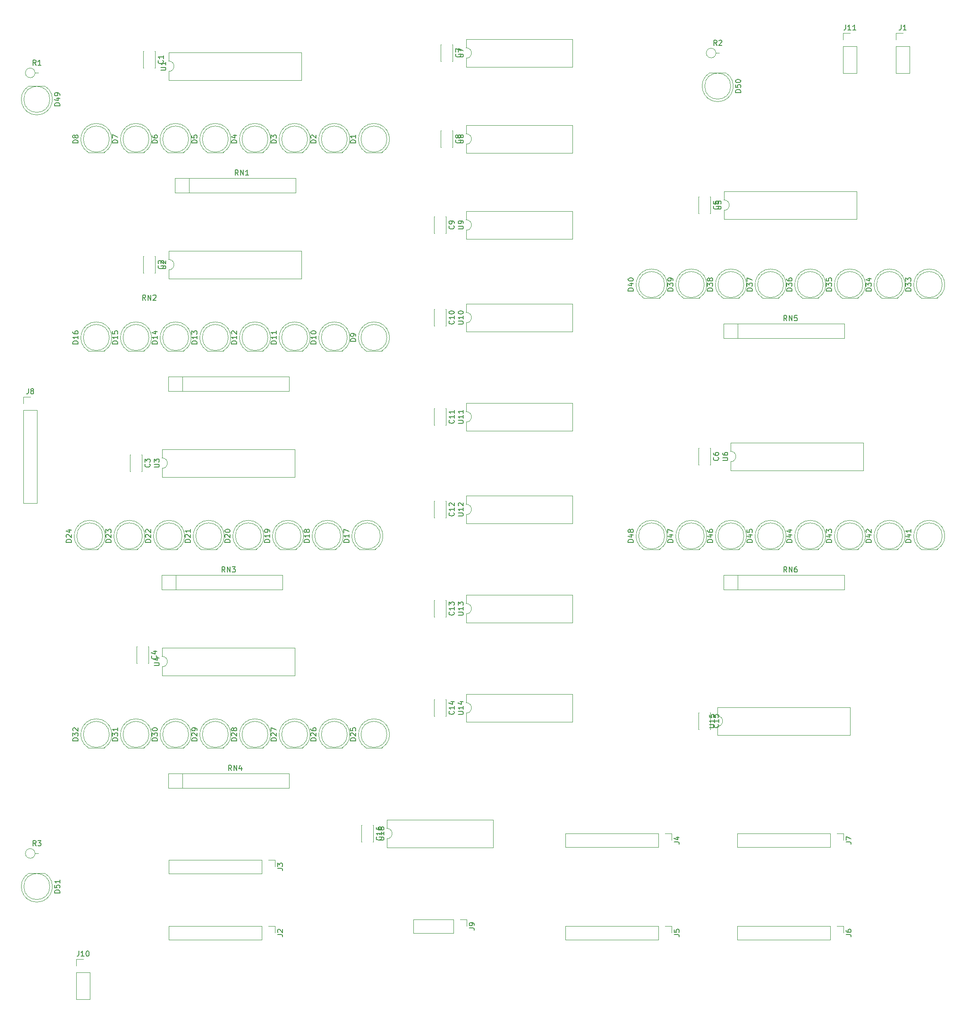
<source format=gbr>
G04 #@! TF.GenerationSoftware,KiCad,Pcbnew,5.1.6-c6e7f7d~87~ubuntu16.04.1*
G04 #@! TF.CreationDate,2021-01-23T16:03:14-05:00*
G04 #@! TF.ProjectId,riscy_reg,72697363-795f-4726-9567-2e6b69636164,rev?*
G04 #@! TF.SameCoordinates,Original*
G04 #@! TF.FileFunction,Legend,Top*
G04 #@! TF.FilePolarity,Positive*
%FSLAX46Y46*%
G04 Gerber Fmt 4.6, Leading zero omitted, Abs format (unit mm)*
G04 Created by KiCad (PCBNEW 5.1.6-c6e7f7d~87~ubuntu16.04.1) date 2021-01-23 16:03:14*
%MOMM*%
%LPD*%
G01*
G04 APERTURE LIST*
%ADD10C,0.120000*%
%ADD11C,0.150000*%
G04 APERTURE END LIST*
D10*
G04 #@! TO.C,J11*
X162500000Y-6290000D02*
X163830000Y-6290000D01*
X162500000Y-7620000D02*
X162500000Y-6290000D01*
X162500000Y-8890000D02*
X165160000Y-8890000D01*
X165160000Y-8890000D02*
X165160000Y-14030000D01*
X162500000Y-8890000D02*
X162500000Y-14030000D01*
X162500000Y-14030000D02*
X165160000Y-14030000D01*
G04 #@! TO.C,U16*
X74870000Y-157370000D02*
X74870000Y-159020000D01*
X95310000Y-157370000D02*
X74870000Y-157370000D01*
X95310000Y-162670000D02*
X95310000Y-157370000D01*
X74870000Y-162670000D02*
X95310000Y-162670000D01*
X74870000Y-161020000D02*
X74870000Y-162670000D01*
X74870000Y-159020000D02*
G75*
G02*
X74870000Y-161020000I0J-1000000D01*
G01*
G04 #@! TO.C,U15*
X138370000Y-135780000D02*
X138370000Y-137430000D01*
X163890000Y-135780000D02*
X138370000Y-135780000D01*
X163890000Y-141080000D02*
X163890000Y-135780000D01*
X138370000Y-141080000D02*
X163890000Y-141080000D01*
X138370000Y-139430000D02*
X138370000Y-141080000D01*
X138370000Y-137430000D02*
G75*
G02*
X138370000Y-139430000I0J-1000000D01*
G01*
G04 #@! TO.C,U14*
X90110000Y-133240000D02*
X90110000Y-134890000D01*
X110550000Y-133240000D02*
X90110000Y-133240000D01*
X110550000Y-138540000D02*
X110550000Y-133240000D01*
X90110000Y-138540000D02*
X110550000Y-138540000D01*
X90110000Y-136890000D02*
X90110000Y-138540000D01*
X90110000Y-134890000D02*
G75*
G02*
X90110000Y-136890000I0J-1000000D01*
G01*
G04 #@! TO.C,U13*
X90110000Y-114190000D02*
X90110000Y-115840000D01*
X110550000Y-114190000D02*
X90110000Y-114190000D01*
X110550000Y-119490000D02*
X110550000Y-114190000D01*
X90110000Y-119490000D02*
X110550000Y-119490000D01*
X90110000Y-117840000D02*
X90110000Y-119490000D01*
X90110000Y-115840000D02*
G75*
G02*
X90110000Y-117840000I0J-1000000D01*
G01*
G04 #@! TO.C,U12*
X90110000Y-95140000D02*
X90110000Y-96790000D01*
X110550000Y-95140000D02*
X90110000Y-95140000D01*
X110550000Y-100440000D02*
X110550000Y-95140000D01*
X90110000Y-100440000D02*
X110550000Y-100440000D01*
X90110000Y-98790000D02*
X90110000Y-100440000D01*
X90110000Y-96790000D02*
G75*
G02*
X90110000Y-98790000I0J-1000000D01*
G01*
G04 #@! TO.C,U11*
X90110000Y-77360000D02*
X90110000Y-79010000D01*
X110550000Y-77360000D02*
X90110000Y-77360000D01*
X110550000Y-82660000D02*
X110550000Y-77360000D01*
X90110000Y-82660000D02*
X110550000Y-82660000D01*
X90110000Y-81010000D02*
X90110000Y-82660000D01*
X90110000Y-79010000D02*
G75*
G02*
X90110000Y-81010000I0J-1000000D01*
G01*
G04 #@! TO.C,U10*
X90110000Y-58310000D02*
X90110000Y-59960000D01*
X110550000Y-58310000D02*
X90110000Y-58310000D01*
X110550000Y-63610000D02*
X110550000Y-58310000D01*
X90110000Y-63610000D02*
X110550000Y-63610000D01*
X90110000Y-61960000D02*
X90110000Y-63610000D01*
X90110000Y-59960000D02*
G75*
G02*
X90110000Y-61960000I0J-1000000D01*
G01*
G04 #@! TO.C,U9*
X90110000Y-40530000D02*
X90110000Y-42180000D01*
X110550000Y-40530000D02*
X90110000Y-40530000D01*
X110550000Y-45830000D02*
X110550000Y-40530000D01*
X90110000Y-45830000D02*
X110550000Y-45830000D01*
X90110000Y-44180000D02*
X90110000Y-45830000D01*
X90110000Y-42180000D02*
G75*
G02*
X90110000Y-44180000I0J-1000000D01*
G01*
G04 #@! TO.C,U8*
X90110000Y-24020000D02*
X90110000Y-25670000D01*
X110550000Y-24020000D02*
X90110000Y-24020000D01*
X110550000Y-29320000D02*
X110550000Y-24020000D01*
X90110000Y-29320000D02*
X110550000Y-29320000D01*
X90110000Y-27670000D02*
X90110000Y-29320000D01*
X90110000Y-25670000D02*
G75*
G02*
X90110000Y-27670000I0J-1000000D01*
G01*
G04 #@! TO.C,U7*
X90110000Y-7510000D02*
X90110000Y-9160000D01*
X110550000Y-7510000D02*
X90110000Y-7510000D01*
X110550000Y-12810000D02*
X110550000Y-7510000D01*
X90110000Y-12810000D02*
X110550000Y-12810000D01*
X90110000Y-11160000D02*
X90110000Y-12810000D01*
X90110000Y-9160000D02*
G75*
G02*
X90110000Y-11160000I0J-1000000D01*
G01*
G04 #@! TO.C,U6*
X140910000Y-84980000D02*
X140910000Y-86630000D01*
X166430000Y-84980000D02*
X140910000Y-84980000D01*
X166430000Y-90280000D02*
X166430000Y-84980000D01*
X140910000Y-90280000D02*
X166430000Y-90280000D01*
X140910000Y-88630000D02*
X140910000Y-90280000D01*
X140910000Y-86630000D02*
G75*
G02*
X140910000Y-88630000I0J-1000000D01*
G01*
G04 #@! TO.C,U5*
X139640000Y-36720000D02*
X139640000Y-38370000D01*
X165160000Y-36720000D02*
X139640000Y-36720000D01*
X165160000Y-42020000D02*
X165160000Y-36720000D01*
X139640000Y-42020000D02*
X165160000Y-42020000D01*
X139640000Y-40370000D02*
X139640000Y-42020000D01*
X139640000Y-38370000D02*
G75*
G02*
X139640000Y-40370000I0J-1000000D01*
G01*
G04 #@! TO.C,U4*
X31690000Y-124350000D02*
X31690000Y-126000000D01*
X57210000Y-124350000D02*
X31690000Y-124350000D01*
X57210000Y-129650000D02*
X57210000Y-124350000D01*
X31690000Y-129650000D02*
X57210000Y-129650000D01*
X31690000Y-128000000D02*
X31690000Y-129650000D01*
X31690000Y-126000000D02*
G75*
G02*
X31690000Y-128000000I0J-1000000D01*
G01*
G04 #@! TO.C,U3*
X31690000Y-86250000D02*
X31690000Y-87900000D01*
X57210000Y-86250000D02*
X31690000Y-86250000D01*
X57210000Y-91550000D02*
X57210000Y-86250000D01*
X31690000Y-91550000D02*
X57210000Y-91550000D01*
X31690000Y-89900000D02*
X31690000Y-91550000D01*
X31690000Y-87900000D02*
G75*
G02*
X31690000Y-89900000I0J-1000000D01*
G01*
G04 #@! TO.C,U2*
X32960000Y-48150000D02*
X32960000Y-49800000D01*
X58480000Y-48150000D02*
X32960000Y-48150000D01*
X58480000Y-53450000D02*
X58480000Y-48150000D01*
X32960000Y-53450000D02*
X58480000Y-53450000D01*
X32960000Y-51800000D02*
X32960000Y-53450000D01*
X32960000Y-49800000D02*
G75*
G02*
X32960000Y-51800000I0J-1000000D01*
G01*
G04 #@! TO.C,U1*
X32960000Y-10050000D02*
X32960000Y-11700000D01*
X58480000Y-10050000D02*
X32960000Y-10050000D01*
X58480000Y-15350000D02*
X58480000Y-10050000D01*
X32960000Y-15350000D02*
X58480000Y-15350000D01*
X32960000Y-13700000D02*
X32960000Y-15350000D01*
X32960000Y-11700000D02*
G75*
G02*
X32960000Y-13700000I0J-1000000D01*
G01*
G04 #@! TO.C,RN6*
X142240000Y-110360000D02*
X142240000Y-113160000D01*
X162730000Y-110360000D02*
X139530000Y-110360000D01*
X162730000Y-113160000D02*
X162730000Y-110360000D01*
X139530000Y-113160000D02*
X162730000Y-113160000D01*
X139530000Y-110360000D02*
X139530000Y-113160000D01*
G04 #@! TO.C,RN5*
X142240000Y-62100000D02*
X142240000Y-64900000D01*
X162730000Y-62100000D02*
X139530000Y-62100000D01*
X162730000Y-64900000D02*
X162730000Y-62100000D01*
X139530000Y-64900000D02*
X162730000Y-64900000D01*
X139530000Y-62100000D02*
X139530000Y-64900000D01*
G04 #@! TO.C,RN4*
X35560000Y-148460000D02*
X35560000Y-151260000D01*
X56050000Y-148460000D02*
X32850000Y-148460000D01*
X56050000Y-151260000D02*
X56050000Y-148460000D01*
X32850000Y-151260000D02*
X56050000Y-151260000D01*
X32850000Y-148460000D02*
X32850000Y-151260000D01*
G04 #@! TO.C,RN3*
X34290000Y-110360000D02*
X34290000Y-113160000D01*
X54780000Y-110360000D02*
X31580000Y-110360000D01*
X54780000Y-113160000D02*
X54780000Y-110360000D01*
X31580000Y-113160000D02*
X54780000Y-113160000D01*
X31580000Y-110360000D02*
X31580000Y-113160000D01*
G04 #@! TO.C,RN2*
X35560000Y-72260000D02*
X35560000Y-75060000D01*
X56050000Y-72260000D02*
X32850000Y-72260000D01*
X56050000Y-75060000D02*
X56050000Y-72260000D01*
X32850000Y-75060000D02*
X56050000Y-75060000D01*
X32850000Y-72260000D02*
X32850000Y-75060000D01*
G04 #@! TO.C,RN1*
X36830000Y-34160000D02*
X36830000Y-36960000D01*
X57320000Y-34160000D02*
X34120000Y-34160000D01*
X57320000Y-36960000D02*
X57320000Y-34160000D01*
X34120000Y-36960000D02*
X57320000Y-36960000D01*
X34120000Y-34160000D02*
X34120000Y-36960000D01*
G04 #@! TO.C,R3*
X7270000Y-163830000D02*
X7890000Y-163830000D01*
X7270000Y-163830000D02*
G75*
G03*
X7270000Y-163830000I-920000J0D01*
G01*
G04 #@! TO.C,R2*
X138080000Y-10160000D02*
X138700000Y-10160000D01*
X138080000Y-10160000D02*
G75*
G03*
X138080000Y-10160000I-920000J0D01*
G01*
G04 #@! TO.C,R1*
X7270000Y-13970000D02*
X7890000Y-13970000D01*
X7270000Y-13970000D02*
G75*
G03*
X7270000Y-13970000I-920000J0D01*
G01*
G04 #@! TO.C,J10*
X15180000Y-184090000D02*
X16510000Y-184090000D01*
X15180000Y-185420000D02*
X15180000Y-184090000D01*
X15180000Y-186690000D02*
X17840000Y-186690000D01*
X17840000Y-186690000D02*
X17840000Y-191830000D01*
X15180000Y-186690000D02*
X15180000Y-191830000D01*
X15180000Y-191830000D02*
X17840000Y-191830000D01*
G04 #@! TO.C,J9*
X90230000Y-176470000D02*
X90230000Y-177800000D01*
X88900000Y-176470000D02*
X90230000Y-176470000D01*
X87630000Y-176470000D02*
X87630000Y-179130000D01*
X87630000Y-179130000D02*
X79950000Y-179130000D01*
X87630000Y-176470000D02*
X79950000Y-176470000D01*
X79950000Y-176470000D02*
X79950000Y-179130000D01*
G04 #@! TO.C,J8*
X5020000Y-76140000D02*
X6350000Y-76140000D01*
X5020000Y-77470000D02*
X5020000Y-76140000D01*
X5020000Y-78740000D02*
X7680000Y-78740000D01*
X7680000Y-78740000D02*
X7680000Y-96580000D01*
X5020000Y-78740000D02*
X5020000Y-96580000D01*
X5020000Y-96580000D02*
X7680000Y-96580000D01*
G04 #@! TO.C,J7*
X162620000Y-159960000D02*
X162620000Y-161290000D01*
X161290000Y-159960000D02*
X162620000Y-159960000D01*
X160020000Y-159960000D02*
X160020000Y-162620000D01*
X160020000Y-162620000D02*
X142180000Y-162620000D01*
X160020000Y-159960000D02*
X142180000Y-159960000D01*
X142180000Y-159960000D02*
X142180000Y-162620000D01*
G04 #@! TO.C,J6*
X162620000Y-177740000D02*
X162620000Y-179070000D01*
X161290000Y-177740000D02*
X162620000Y-177740000D01*
X160020000Y-177740000D02*
X160020000Y-180400000D01*
X160020000Y-180400000D02*
X142180000Y-180400000D01*
X160020000Y-177740000D02*
X142180000Y-177740000D01*
X142180000Y-177740000D02*
X142180000Y-180400000D01*
G04 #@! TO.C,J5*
X129600000Y-177740000D02*
X129600000Y-179070000D01*
X128270000Y-177740000D02*
X129600000Y-177740000D01*
X127000000Y-177740000D02*
X127000000Y-180400000D01*
X127000000Y-180400000D02*
X109160000Y-180400000D01*
X127000000Y-177740000D02*
X109160000Y-177740000D01*
X109160000Y-177740000D02*
X109160000Y-180400000D01*
G04 #@! TO.C,J4*
X129600000Y-159960000D02*
X129600000Y-161290000D01*
X128270000Y-159960000D02*
X129600000Y-159960000D01*
X127000000Y-159960000D02*
X127000000Y-162620000D01*
X127000000Y-162620000D02*
X109160000Y-162620000D01*
X127000000Y-159960000D02*
X109160000Y-159960000D01*
X109160000Y-159960000D02*
X109160000Y-162620000D01*
G04 #@! TO.C,J3*
X53400000Y-165040000D02*
X53400000Y-166370000D01*
X52070000Y-165040000D02*
X53400000Y-165040000D01*
X50800000Y-165040000D02*
X50800000Y-167700000D01*
X50800000Y-167700000D02*
X32960000Y-167700000D01*
X50800000Y-165040000D02*
X32960000Y-165040000D01*
X32960000Y-165040000D02*
X32960000Y-167700000D01*
G04 #@! TO.C,J2*
X53400000Y-177740000D02*
X53400000Y-179070000D01*
X52070000Y-177740000D02*
X53400000Y-177740000D01*
X50800000Y-177740000D02*
X50800000Y-180400000D01*
X50800000Y-180400000D02*
X32960000Y-180400000D01*
X50800000Y-177740000D02*
X32960000Y-177740000D01*
X32960000Y-177740000D02*
X32960000Y-180400000D01*
G04 #@! TO.C,J1*
X172660000Y-6290000D02*
X173990000Y-6290000D01*
X172660000Y-7620000D02*
X172660000Y-6290000D01*
X172660000Y-8890000D02*
X175320000Y-8890000D01*
X175320000Y-8890000D02*
X175320000Y-14030000D01*
X172660000Y-8890000D02*
X172660000Y-14030000D01*
X172660000Y-14030000D02*
X175320000Y-14030000D01*
G04 #@! TO.C,D51*
X9165000Y-167620000D02*
X6075000Y-167620000D01*
X10120000Y-170180000D02*
G75*
G03*
X10120000Y-170180000I-2500000J0D01*
G01*
X7620462Y-173170000D02*
G75*
G02*
X6075170Y-167620000I-462J2990000D01*
G01*
X7619538Y-173170000D02*
G75*
G03*
X9164830Y-167620000I462J2990000D01*
G01*
G04 #@! TO.C,D50*
X139975000Y-13950000D02*
X136885000Y-13950000D01*
X140930000Y-16510000D02*
G75*
G03*
X140930000Y-16510000I-2500000J0D01*
G01*
X138430462Y-19500000D02*
G75*
G02*
X136885170Y-13950000I-462J2990000D01*
G01*
X138429538Y-19500000D02*
G75*
G03*
X139974830Y-13950000I462J2990000D01*
G01*
G04 #@! TO.C,D49*
X9165000Y-16490000D02*
X6075000Y-16490000D01*
X10120000Y-19050000D02*
G75*
G03*
X10120000Y-19050000I-2500000J0D01*
G01*
X7620462Y-22040000D02*
G75*
G02*
X6075170Y-16490000I-462J2990000D01*
G01*
X7619538Y-22040000D02*
G75*
G03*
X9164830Y-16490000I462J2990000D01*
G01*
G04 #@! TO.C,D48*
X124185000Y-105430000D02*
X127275000Y-105430000D01*
X128230000Y-102870000D02*
G75*
G03*
X128230000Y-102870000I-2500000J0D01*
G01*
X125729538Y-99880000D02*
G75*
G02*
X127274830Y-105430000I462J-2990000D01*
G01*
X125730462Y-99880000D02*
G75*
G03*
X124185170Y-105430000I-462J-2990000D01*
G01*
G04 #@! TO.C,D47*
X131805000Y-105430000D02*
X134895000Y-105430000D01*
X135850000Y-102870000D02*
G75*
G03*
X135850000Y-102870000I-2500000J0D01*
G01*
X133349538Y-99880000D02*
G75*
G02*
X134894830Y-105430000I462J-2990000D01*
G01*
X133350462Y-99880000D02*
G75*
G03*
X131805170Y-105430000I-462J-2990000D01*
G01*
G04 #@! TO.C,D46*
X139425000Y-105430000D02*
X142515000Y-105430000D01*
X143470000Y-102870000D02*
G75*
G03*
X143470000Y-102870000I-2500000J0D01*
G01*
X140969538Y-99880000D02*
G75*
G02*
X142514830Y-105430000I462J-2990000D01*
G01*
X140970462Y-99880000D02*
G75*
G03*
X139425170Y-105430000I-462J-2990000D01*
G01*
G04 #@! TO.C,D45*
X147045000Y-105430000D02*
X150135000Y-105430000D01*
X151090000Y-102870000D02*
G75*
G03*
X151090000Y-102870000I-2500000J0D01*
G01*
X148589538Y-99880000D02*
G75*
G02*
X150134830Y-105430000I462J-2990000D01*
G01*
X148590462Y-99880000D02*
G75*
G03*
X147045170Y-105430000I-462J-2990000D01*
G01*
G04 #@! TO.C,D44*
X154665000Y-105430000D02*
X157755000Y-105430000D01*
X158710000Y-102870000D02*
G75*
G03*
X158710000Y-102870000I-2500000J0D01*
G01*
X156209538Y-99880000D02*
G75*
G02*
X157754830Y-105430000I462J-2990000D01*
G01*
X156210462Y-99880000D02*
G75*
G03*
X154665170Y-105430000I-462J-2990000D01*
G01*
G04 #@! TO.C,D43*
X162285000Y-105430000D02*
X165375000Y-105430000D01*
X166330000Y-102870000D02*
G75*
G03*
X166330000Y-102870000I-2500000J0D01*
G01*
X163829538Y-99880000D02*
G75*
G02*
X165374830Y-105430000I462J-2990000D01*
G01*
X163830462Y-99880000D02*
G75*
G03*
X162285170Y-105430000I-462J-2990000D01*
G01*
G04 #@! TO.C,D42*
X169905000Y-105430000D02*
X172995000Y-105430000D01*
X173950000Y-102870000D02*
G75*
G03*
X173950000Y-102870000I-2500000J0D01*
G01*
X171449538Y-99880000D02*
G75*
G02*
X172994830Y-105430000I462J-2990000D01*
G01*
X171450462Y-99880000D02*
G75*
G03*
X169905170Y-105430000I-462J-2990000D01*
G01*
G04 #@! TO.C,D41*
X177525000Y-105430000D02*
X180615000Y-105430000D01*
X181570000Y-102870000D02*
G75*
G03*
X181570000Y-102870000I-2500000J0D01*
G01*
X179069538Y-99880000D02*
G75*
G02*
X180614830Y-105430000I462J-2990000D01*
G01*
X179070462Y-99880000D02*
G75*
G03*
X177525170Y-105430000I-462J-2990000D01*
G01*
G04 #@! TO.C,D40*
X124185000Y-57170000D02*
X127275000Y-57170000D01*
X128230000Y-54610000D02*
G75*
G03*
X128230000Y-54610000I-2500000J0D01*
G01*
X125729538Y-51620000D02*
G75*
G02*
X127274830Y-57170000I462J-2990000D01*
G01*
X125730462Y-51620000D02*
G75*
G03*
X124185170Y-57170000I-462J-2990000D01*
G01*
G04 #@! TO.C,D39*
X131805000Y-57170000D02*
X134895000Y-57170000D01*
X135850000Y-54610000D02*
G75*
G03*
X135850000Y-54610000I-2500000J0D01*
G01*
X133349538Y-51620000D02*
G75*
G02*
X134894830Y-57170000I462J-2990000D01*
G01*
X133350462Y-51620000D02*
G75*
G03*
X131805170Y-57170000I-462J-2990000D01*
G01*
G04 #@! TO.C,D38*
X139425000Y-57170000D02*
X142515000Y-57170000D01*
X143470000Y-54610000D02*
G75*
G03*
X143470000Y-54610000I-2500000J0D01*
G01*
X140969538Y-51620000D02*
G75*
G02*
X142514830Y-57170000I462J-2990000D01*
G01*
X140970462Y-51620000D02*
G75*
G03*
X139425170Y-57170000I-462J-2990000D01*
G01*
G04 #@! TO.C,D37*
X147045000Y-57170000D02*
X150135000Y-57170000D01*
X151090000Y-54610000D02*
G75*
G03*
X151090000Y-54610000I-2500000J0D01*
G01*
X148589538Y-51620000D02*
G75*
G02*
X150134830Y-57170000I462J-2990000D01*
G01*
X148590462Y-51620000D02*
G75*
G03*
X147045170Y-57170000I-462J-2990000D01*
G01*
G04 #@! TO.C,D36*
X154665000Y-57170000D02*
X157755000Y-57170000D01*
X158710000Y-54610000D02*
G75*
G03*
X158710000Y-54610000I-2500000J0D01*
G01*
X156209538Y-51620000D02*
G75*
G02*
X157754830Y-57170000I462J-2990000D01*
G01*
X156210462Y-51620000D02*
G75*
G03*
X154665170Y-57170000I-462J-2990000D01*
G01*
G04 #@! TO.C,D35*
X162285000Y-57170000D02*
X165375000Y-57170000D01*
X166330000Y-54610000D02*
G75*
G03*
X166330000Y-54610000I-2500000J0D01*
G01*
X163829538Y-51620000D02*
G75*
G02*
X165374830Y-57170000I462J-2990000D01*
G01*
X163830462Y-51620000D02*
G75*
G03*
X162285170Y-57170000I-462J-2990000D01*
G01*
G04 #@! TO.C,D34*
X169905000Y-57170000D02*
X172995000Y-57170000D01*
X173950000Y-54610000D02*
G75*
G03*
X173950000Y-54610000I-2500000J0D01*
G01*
X171449538Y-51620000D02*
G75*
G02*
X172994830Y-57170000I462J-2990000D01*
G01*
X171450462Y-51620000D02*
G75*
G03*
X169905170Y-57170000I-462J-2990000D01*
G01*
G04 #@! TO.C,D33*
X177525000Y-57170000D02*
X180615000Y-57170000D01*
X181570000Y-54610000D02*
G75*
G03*
X181570000Y-54610000I-2500000J0D01*
G01*
X179069538Y-51620000D02*
G75*
G02*
X180614830Y-57170000I462J-2990000D01*
G01*
X179070462Y-51620000D02*
G75*
G03*
X177525170Y-57170000I-462J-2990000D01*
G01*
G04 #@! TO.C,D32*
X17505000Y-143530000D02*
X20595000Y-143530000D01*
X21550000Y-140970000D02*
G75*
G03*
X21550000Y-140970000I-2500000J0D01*
G01*
X19049538Y-137980000D02*
G75*
G02*
X20594830Y-143530000I462J-2990000D01*
G01*
X19050462Y-137980000D02*
G75*
G03*
X17505170Y-143530000I-462J-2990000D01*
G01*
G04 #@! TO.C,D31*
X25125000Y-143530000D02*
X28215000Y-143530000D01*
X29170000Y-140970000D02*
G75*
G03*
X29170000Y-140970000I-2500000J0D01*
G01*
X26669538Y-137980000D02*
G75*
G02*
X28214830Y-143530000I462J-2990000D01*
G01*
X26670462Y-137980000D02*
G75*
G03*
X25125170Y-143530000I-462J-2990000D01*
G01*
G04 #@! TO.C,D30*
X32745000Y-143530000D02*
X35835000Y-143530000D01*
X36790000Y-140970000D02*
G75*
G03*
X36790000Y-140970000I-2500000J0D01*
G01*
X34289538Y-137980000D02*
G75*
G02*
X35834830Y-143530000I462J-2990000D01*
G01*
X34290462Y-137980000D02*
G75*
G03*
X32745170Y-143530000I-462J-2990000D01*
G01*
G04 #@! TO.C,D29*
X40365000Y-143530000D02*
X43455000Y-143530000D01*
X44410000Y-140970000D02*
G75*
G03*
X44410000Y-140970000I-2500000J0D01*
G01*
X41909538Y-137980000D02*
G75*
G02*
X43454830Y-143530000I462J-2990000D01*
G01*
X41910462Y-137980000D02*
G75*
G03*
X40365170Y-143530000I-462J-2990000D01*
G01*
G04 #@! TO.C,D28*
X47985000Y-143530000D02*
X51075000Y-143530000D01*
X52030000Y-140970000D02*
G75*
G03*
X52030000Y-140970000I-2500000J0D01*
G01*
X49529538Y-137980000D02*
G75*
G02*
X51074830Y-143530000I462J-2990000D01*
G01*
X49530462Y-137980000D02*
G75*
G03*
X47985170Y-143530000I-462J-2990000D01*
G01*
G04 #@! TO.C,D27*
X55605000Y-143530000D02*
X58695000Y-143530000D01*
X59650000Y-140970000D02*
G75*
G03*
X59650000Y-140970000I-2500000J0D01*
G01*
X57149538Y-137980000D02*
G75*
G02*
X58694830Y-143530000I462J-2990000D01*
G01*
X57150462Y-137980000D02*
G75*
G03*
X55605170Y-143530000I-462J-2990000D01*
G01*
G04 #@! TO.C,D26*
X63225000Y-143530000D02*
X66315000Y-143530000D01*
X67270000Y-140970000D02*
G75*
G03*
X67270000Y-140970000I-2500000J0D01*
G01*
X64769538Y-137980000D02*
G75*
G02*
X66314830Y-143530000I462J-2990000D01*
G01*
X64770462Y-137980000D02*
G75*
G03*
X63225170Y-143530000I-462J-2990000D01*
G01*
G04 #@! TO.C,D25*
X70845000Y-143530000D02*
X73935000Y-143530000D01*
X74890000Y-140970000D02*
G75*
G03*
X74890000Y-140970000I-2500000J0D01*
G01*
X72389538Y-137980000D02*
G75*
G02*
X73934830Y-143530000I462J-2990000D01*
G01*
X72390462Y-137980000D02*
G75*
G03*
X70845170Y-143530000I-462J-2990000D01*
G01*
G04 #@! TO.C,D24*
X16235000Y-105430000D02*
X19325000Y-105430000D01*
X20280000Y-102870000D02*
G75*
G03*
X20280000Y-102870000I-2500000J0D01*
G01*
X17779538Y-99880000D02*
G75*
G02*
X19324830Y-105430000I462J-2990000D01*
G01*
X17780462Y-99880000D02*
G75*
G03*
X16235170Y-105430000I-462J-2990000D01*
G01*
G04 #@! TO.C,D23*
X23855000Y-105430000D02*
X26945000Y-105430000D01*
X27900000Y-102870000D02*
G75*
G03*
X27900000Y-102870000I-2500000J0D01*
G01*
X25399538Y-99880000D02*
G75*
G02*
X26944830Y-105430000I462J-2990000D01*
G01*
X25400462Y-99880000D02*
G75*
G03*
X23855170Y-105430000I-462J-2990000D01*
G01*
G04 #@! TO.C,D22*
X31475000Y-105430000D02*
X34565000Y-105430000D01*
X35520000Y-102870000D02*
G75*
G03*
X35520000Y-102870000I-2500000J0D01*
G01*
X33019538Y-99880000D02*
G75*
G02*
X34564830Y-105430000I462J-2990000D01*
G01*
X33020462Y-99880000D02*
G75*
G03*
X31475170Y-105430000I-462J-2990000D01*
G01*
G04 #@! TO.C,D21*
X39095000Y-105430000D02*
X42185000Y-105430000D01*
X43140000Y-102870000D02*
G75*
G03*
X43140000Y-102870000I-2500000J0D01*
G01*
X40639538Y-99880000D02*
G75*
G02*
X42184830Y-105430000I462J-2990000D01*
G01*
X40640462Y-99880000D02*
G75*
G03*
X39095170Y-105430000I-462J-2990000D01*
G01*
G04 #@! TO.C,D20*
X46715000Y-105430000D02*
X49805000Y-105430000D01*
X50760000Y-102870000D02*
G75*
G03*
X50760000Y-102870000I-2500000J0D01*
G01*
X48259538Y-99880000D02*
G75*
G02*
X49804830Y-105430000I462J-2990000D01*
G01*
X48260462Y-99880000D02*
G75*
G03*
X46715170Y-105430000I-462J-2990000D01*
G01*
G04 #@! TO.C,D19*
X54335000Y-105430000D02*
X57425000Y-105430000D01*
X58380000Y-102870000D02*
G75*
G03*
X58380000Y-102870000I-2500000J0D01*
G01*
X55879538Y-99880000D02*
G75*
G02*
X57424830Y-105430000I462J-2990000D01*
G01*
X55880462Y-99880000D02*
G75*
G03*
X54335170Y-105430000I-462J-2990000D01*
G01*
G04 #@! TO.C,D18*
X61955000Y-105430000D02*
X65045000Y-105430000D01*
X66000000Y-102870000D02*
G75*
G03*
X66000000Y-102870000I-2500000J0D01*
G01*
X63499538Y-99880000D02*
G75*
G02*
X65044830Y-105430000I462J-2990000D01*
G01*
X63500462Y-99880000D02*
G75*
G03*
X61955170Y-105430000I-462J-2990000D01*
G01*
G04 #@! TO.C,D17*
X69575000Y-105430000D02*
X72665000Y-105430000D01*
X73620000Y-102870000D02*
G75*
G03*
X73620000Y-102870000I-2500000J0D01*
G01*
X71119538Y-99880000D02*
G75*
G02*
X72664830Y-105430000I462J-2990000D01*
G01*
X71120462Y-99880000D02*
G75*
G03*
X69575170Y-105430000I-462J-2990000D01*
G01*
G04 #@! TO.C,D16*
X17505000Y-67330000D02*
X20595000Y-67330000D01*
X21550000Y-64770000D02*
G75*
G03*
X21550000Y-64770000I-2500000J0D01*
G01*
X19049538Y-61780000D02*
G75*
G02*
X20594830Y-67330000I462J-2990000D01*
G01*
X19050462Y-61780000D02*
G75*
G03*
X17505170Y-67330000I-462J-2990000D01*
G01*
G04 #@! TO.C,D15*
X25125000Y-67330000D02*
X28215000Y-67330000D01*
X29170000Y-64770000D02*
G75*
G03*
X29170000Y-64770000I-2500000J0D01*
G01*
X26669538Y-61780000D02*
G75*
G02*
X28214830Y-67330000I462J-2990000D01*
G01*
X26670462Y-61780000D02*
G75*
G03*
X25125170Y-67330000I-462J-2990000D01*
G01*
G04 #@! TO.C,D14*
X32745000Y-67330000D02*
X35835000Y-67330000D01*
X36790000Y-64770000D02*
G75*
G03*
X36790000Y-64770000I-2500000J0D01*
G01*
X34289538Y-61780000D02*
G75*
G02*
X35834830Y-67330000I462J-2990000D01*
G01*
X34290462Y-61780000D02*
G75*
G03*
X32745170Y-67330000I-462J-2990000D01*
G01*
G04 #@! TO.C,D13*
X40365000Y-67330000D02*
X43455000Y-67330000D01*
X44410000Y-64770000D02*
G75*
G03*
X44410000Y-64770000I-2500000J0D01*
G01*
X41909538Y-61780000D02*
G75*
G02*
X43454830Y-67330000I462J-2990000D01*
G01*
X41910462Y-61780000D02*
G75*
G03*
X40365170Y-67330000I-462J-2990000D01*
G01*
G04 #@! TO.C,D12*
X47985000Y-67330000D02*
X51075000Y-67330000D01*
X52030000Y-64770000D02*
G75*
G03*
X52030000Y-64770000I-2500000J0D01*
G01*
X49529538Y-61780000D02*
G75*
G02*
X51074830Y-67330000I462J-2990000D01*
G01*
X49530462Y-61780000D02*
G75*
G03*
X47985170Y-67330000I-462J-2990000D01*
G01*
G04 #@! TO.C,D11*
X55605000Y-67330000D02*
X58695000Y-67330000D01*
X59650000Y-64770000D02*
G75*
G03*
X59650000Y-64770000I-2500000J0D01*
G01*
X57149538Y-61780000D02*
G75*
G02*
X58694830Y-67330000I462J-2990000D01*
G01*
X57150462Y-61780000D02*
G75*
G03*
X55605170Y-67330000I-462J-2990000D01*
G01*
G04 #@! TO.C,D10*
X63225000Y-67330000D02*
X66315000Y-67330000D01*
X67270000Y-64770000D02*
G75*
G03*
X67270000Y-64770000I-2500000J0D01*
G01*
X64769538Y-61780000D02*
G75*
G02*
X66314830Y-67330000I462J-2990000D01*
G01*
X64770462Y-61780000D02*
G75*
G03*
X63225170Y-67330000I-462J-2990000D01*
G01*
G04 #@! TO.C,D9*
X70845000Y-67330000D02*
X73935000Y-67330000D01*
X74890000Y-64770000D02*
G75*
G03*
X74890000Y-64770000I-2500000J0D01*
G01*
X72389538Y-61780000D02*
G75*
G02*
X73934830Y-67330000I462J-2990000D01*
G01*
X72390462Y-61780000D02*
G75*
G03*
X70845170Y-67330000I-462J-2990000D01*
G01*
G04 #@! TO.C,D8*
X17505000Y-29230000D02*
X20595000Y-29230000D01*
X21550000Y-26670000D02*
G75*
G03*
X21550000Y-26670000I-2500000J0D01*
G01*
X19049538Y-23680000D02*
G75*
G02*
X20594830Y-29230000I462J-2990000D01*
G01*
X19050462Y-23680000D02*
G75*
G03*
X17505170Y-29230000I-462J-2990000D01*
G01*
G04 #@! TO.C,D7*
X25125000Y-29230000D02*
X28215000Y-29230000D01*
X29170000Y-26670000D02*
G75*
G03*
X29170000Y-26670000I-2500000J0D01*
G01*
X26669538Y-23680000D02*
G75*
G02*
X28214830Y-29230000I462J-2990000D01*
G01*
X26670462Y-23680000D02*
G75*
G03*
X25125170Y-29230000I-462J-2990000D01*
G01*
G04 #@! TO.C,D6*
X32745000Y-29230000D02*
X35835000Y-29230000D01*
X36790000Y-26670000D02*
G75*
G03*
X36790000Y-26670000I-2500000J0D01*
G01*
X34289538Y-23680000D02*
G75*
G02*
X35834830Y-29230000I462J-2990000D01*
G01*
X34290462Y-23680000D02*
G75*
G03*
X32745170Y-29230000I-462J-2990000D01*
G01*
G04 #@! TO.C,D5*
X40365000Y-29230000D02*
X43455000Y-29230000D01*
X44410000Y-26670000D02*
G75*
G03*
X44410000Y-26670000I-2500000J0D01*
G01*
X41909538Y-23680000D02*
G75*
G02*
X43454830Y-29230000I462J-2990000D01*
G01*
X41910462Y-23680000D02*
G75*
G03*
X40365170Y-29230000I-462J-2990000D01*
G01*
G04 #@! TO.C,D4*
X47985000Y-29230000D02*
X51075000Y-29230000D01*
X52030000Y-26670000D02*
G75*
G03*
X52030000Y-26670000I-2500000J0D01*
G01*
X49529538Y-23680000D02*
G75*
G02*
X51074830Y-29230000I462J-2990000D01*
G01*
X49530462Y-23680000D02*
G75*
G03*
X47985170Y-29230000I-462J-2990000D01*
G01*
G04 #@! TO.C,D3*
X55605000Y-29230000D02*
X58695000Y-29230000D01*
X59650000Y-26670000D02*
G75*
G03*
X59650000Y-26670000I-2500000J0D01*
G01*
X57149538Y-23680000D02*
G75*
G02*
X58694830Y-29230000I462J-2990000D01*
G01*
X57150462Y-23680000D02*
G75*
G03*
X55605170Y-29230000I-462J-2990000D01*
G01*
G04 #@! TO.C,D2*
X63225000Y-29230000D02*
X66315000Y-29230000D01*
X67270000Y-26670000D02*
G75*
G03*
X67270000Y-26670000I-2500000J0D01*
G01*
X64769538Y-23680000D02*
G75*
G02*
X66314830Y-29230000I462J-2990000D01*
G01*
X64770462Y-23680000D02*
G75*
G03*
X63225170Y-29230000I-462J-2990000D01*
G01*
G04 #@! TO.C,D1*
X70845000Y-29230000D02*
X73935000Y-29230000D01*
X74890000Y-26670000D02*
G75*
G03*
X74890000Y-26670000I-2500000J0D01*
G01*
X72389538Y-23680000D02*
G75*
G02*
X73934830Y-29230000I462J-2990000D01*
G01*
X72390462Y-23680000D02*
G75*
G03*
X70845170Y-29230000I-462J-2990000D01*
G01*
G04 #@! TO.C,C16*
X70065000Y-161620000D02*
X70000000Y-161620000D01*
X72240000Y-161620000D02*
X72175000Y-161620000D01*
X70065000Y-158380000D02*
X70000000Y-158380000D01*
X72240000Y-158380000D02*
X72175000Y-158380000D01*
X70000000Y-158380000D02*
X70000000Y-161620000D01*
X72240000Y-158380000D02*
X72240000Y-161620000D01*
G04 #@! TO.C,C15*
X134835000Y-140030000D02*
X134770000Y-140030000D01*
X137010000Y-140030000D02*
X136945000Y-140030000D01*
X134835000Y-136790000D02*
X134770000Y-136790000D01*
X137010000Y-136790000D02*
X136945000Y-136790000D01*
X134770000Y-136790000D02*
X134770000Y-140030000D01*
X137010000Y-136790000D02*
X137010000Y-140030000D01*
G04 #@! TO.C,C14*
X84035000Y-137490000D02*
X83970000Y-137490000D01*
X86210000Y-137490000D02*
X86145000Y-137490000D01*
X84035000Y-134250000D02*
X83970000Y-134250000D01*
X86210000Y-134250000D02*
X86145000Y-134250000D01*
X83970000Y-134250000D02*
X83970000Y-137490000D01*
X86210000Y-134250000D02*
X86210000Y-137490000D01*
G04 #@! TO.C,C13*
X84035000Y-118440000D02*
X83970000Y-118440000D01*
X86210000Y-118440000D02*
X86145000Y-118440000D01*
X84035000Y-115200000D02*
X83970000Y-115200000D01*
X86210000Y-115200000D02*
X86145000Y-115200000D01*
X83970000Y-115200000D02*
X83970000Y-118440000D01*
X86210000Y-115200000D02*
X86210000Y-118440000D01*
G04 #@! TO.C,C12*
X84035000Y-99390000D02*
X83970000Y-99390000D01*
X86210000Y-99390000D02*
X86145000Y-99390000D01*
X84035000Y-96150000D02*
X83970000Y-96150000D01*
X86210000Y-96150000D02*
X86145000Y-96150000D01*
X83970000Y-96150000D02*
X83970000Y-99390000D01*
X86210000Y-96150000D02*
X86210000Y-99390000D01*
G04 #@! TO.C,C11*
X84035000Y-81610000D02*
X83970000Y-81610000D01*
X86210000Y-81610000D02*
X86145000Y-81610000D01*
X84035000Y-78370000D02*
X83970000Y-78370000D01*
X86210000Y-78370000D02*
X86145000Y-78370000D01*
X83970000Y-78370000D02*
X83970000Y-81610000D01*
X86210000Y-78370000D02*
X86210000Y-81610000D01*
G04 #@! TO.C,C10*
X84035000Y-62560000D02*
X83970000Y-62560000D01*
X86210000Y-62560000D02*
X86145000Y-62560000D01*
X84035000Y-59320000D02*
X83970000Y-59320000D01*
X86210000Y-59320000D02*
X86145000Y-59320000D01*
X83970000Y-59320000D02*
X83970000Y-62560000D01*
X86210000Y-59320000D02*
X86210000Y-62560000D01*
G04 #@! TO.C,C9*
X84035000Y-44780000D02*
X83970000Y-44780000D01*
X86210000Y-44780000D02*
X86145000Y-44780000D01*
X84035000Y-41540000D02*
X83970000Y-41540000D01*
X86210000Y-41540000D02*
X86145000Y-41540000D01*
X83970000Y-41540000D02*
X83970000Y-44780000D01*
X86210000Y-41540000D02*
X86210000Y-44780000D01*
G04 #@! TO.C,C8*
X85305000Y-28270000D02*
X85240000Y-28270000D01*
X87480000Y-28270000D02*
X87415000Y-28270000D01*
X85305000Y-25030000D02*
X85240000Y-25030000D01*
X87480000Y-25030000D02*
X87415000Y-25030000D01*
X85240000Y-25030000D02*
X85240000Y-28270000D01*
X87480000Y-25030000D02*
X87480000Y-28270000D01*
G04 #@! TO.C,C7*
X85305000Y-11760000D02*
X85240000Y-11760000D01*
X87480000Y-11760000D02*
X87415000Y-11760000D01*
X85305000Y-8520000D02*
X85240000Y-8520000D01*
X87480000Y-8520000D02*
X87415000Y-8520000D01*
X85240000Y-8520000D02*
X85240000Y-11760000D01*
X87480000Y-8520000D02*
X87480000Y-11760000D01*
G04 #@! TO.C,C6*
X134835000Y-89230000D02*
X134770000Y-89230000D01*
X137010000Y-89230000D02*
X136945000Y-89230000D01*
X134835000Y-85990000D02*
X134770000Y-85990000D01*
X137010000Y-85990000D02*
X136945000Y-85990000D01*
X134770000Y-85990000D02*
X134770000Y-89230000D01*
X137010000Y-85990000D02*
X137010000Y-89230000D01*
G04 #@! TO.C,C5*
X134835000Y-40970000D02*
X134770000Y-40970000D01*
X137010000Y-40970000D02*
X136945000Y-40970000D01*
X134835000Y-37730000D02*
X134770000Y-37730000D01*
X137010000Y-37730000D02*
X136945000Y-37730000D01*
X134770000Y-37730000D02*
X134770000Y-40970000D01*
X137010000Y-37730000D02*
X137010000Y-40970000D01*
G04 #@! TO.C,C4*
X26885000Y-127330000D02*
X26820000Y-127330000D01*
X29060000Y-127330000D02*
X28995000Y-127330000D01*
X26885000Y-124090000D02*
X26820000Y-124090000D01*
X29060000Y-124090000D02*
X28995000Y-124090000D01*
X26820000Y-124090000D02*
X26820000Y-127330000D01*
X29060000Y-124090000D02*
X29060000Y-127330000D01*
G04 #@! TO.C,C3*
X25615000Y-90500000D02*
X25550000Y-90500000D01*
X27790000Y-90500000D02*
X27725000Y-90500000D01*
X25615000Y-87260000D02*
X25550000Y-87260000D01*
X27790000Y-87260000D02*
X27725000Y-87260000D01*
X25550000Y-87260000D02*
X25550000Y-90500000D01*
X27790000Y-87260000D02*
X27790000Y-90500000D01*
G04 #@! TO.C,C2*
X28155000Y-52400000D02*
X28090000Y-52400000D01*
X30330000Y-52400000D02*
X30265000Y-52400000D01*
X28155000Y-49160000D02*
X28090000Y-49160000D01*
X30330000Y-49160000D02*
X30265000Y-49160000D01*
X28090000Y-49160000D02*
X28090000Y-52400000D01*
X30330000Y-49160000D02*
X30330000Y-52400000D01*
G04 #@! TO.C,C1*
X28155000Y-13030000D02*
X28090000Y-13030000D01*
X30330000Y-13030000D02*
X30265000Y-13030000D01*
X28155000Y-9790000D02*
X28090000Y-9790000D01*
X30330000Y-9790000D02*
X30265000Y-9790000D01*
X28090000Y-9790000D02*
X28090000Y-13030000D01*
X30330000Y-9790000D02*
X30330000Y-13030000D01*
G04 #@! TO.C,J11*
D11*
X163020476Y-4742380D02*
X163020476Y-5456666D01*
X162972857Y-5599523D01*
X162877619Y-5694761D01*
X162734761Y-5742380D01*
X162639523Y-5742380D01*
X164020476Y-5742380D02*
X163449047Y-5742380D01*
X163734761Y-5742380D02*
X163734761Y-4742380D01*
X163639523Y-4885238D01*
X163544285Y-4980476D01*
X163449047Y-5028095D01*
X164972857Y-5742380D02*
X164401428Y-5742380D01*
X164687142Y-5742380D02*
X164687142Y-4742380D01*
X164591904Y-4885238D01*
X164496666Y-4980476D01*
X164401428Y-5028095D01*
G04 #@! TO.C,U16*
X73322380Y-161258095D02*
X74131904Y-161258095D01*
X74227142Y-161210476D01*
X74274761Y-161162857D01*
X74322380Y-161067619D01*
X74322380Y-160877142D01*
X74274761Y-160781904D01*
X74227142Y-160734285D01*
X74131904Y-160686666D01*
X73322380Y-160686666D01*
X74322380Y-159686666D02*
X74322380Y-160258095D01*
X74322380Y-159972380D02*
X73322380Y-159972380D01*
X73465238Y-160067619D01*
X73560476Y-160162857D01*
X73608095Y-160258095D01*
X73322380Y-158829523D02*
X73322380Y-159020000D01*
X73370000Y-159115238D01*
X73417619Y-159162857D01*
X73560476Y-159258095D01*
X73750952Y-159305714D01*
X74131904Y-159305714D01*
X74227142Y-159258095D01*
X74274761Y-159210476D01*
X74322380Y-159115238D01*
X74322380Y-158924761D01*
X74274761Y-158829523D01*
X74227142Y-158781904D01*
X74131904Y-158734285D01*
X73893809Y-158734285D01*
X73798571Y-158781904D01*
X73750952Y-158829523D01*
X73703333Y-158924761D01*
X73703333Y-159115238D01*
X73750952Y-159210476D01*
X73798571Y-159258095D01*
X73893809Y-159305714D01*
G04 #@! TO.C,U15*
X136822380Y-139668095D02*
X137631904Y-139668095D01*
X137727142Y-139620476D01*
X137774761Y-139572857D01*
X137822380Y-139477619D01*
X137822380Y-139287142D01*
X137774761Y-139191904D01*
X137727142Y-139144285D01*
X137631904Y-139096666D01*
X136822380Y-139096666D01*
X137822380Y-138096666D02*
X137822380Y-138668095D01*
X137822380Y-138382380D02*
X136822380Y-138382380D01*
X136965238Y-138477619D01*
X137060476Y-138572857D01*
X137108095Y-138668095D01*
X136822380Y-137191904D02*
X136822380Y-137668095D01*
X137298571Y-137715714D01*
X137250952Y-137668095D01*
X137203333Y-137572857D01*
X137203333Y-137334761D01*
X137250952Y-137239523D01*
X137298571Y-137191904D01*
X137393809Y-137144285D01*
X137631904Y-137144285D01*
X137727142Y-137191904D01*
X137774761Y-137239523D01*
X137822380Y-137334761D01*
X137822380Y-137572857D01*
X137774761Y-137668095D01*
X137727142Y-137715714D01*
G04 #@! TO.C,U14*
X88562380Y-137128095D02*
X89371904Y-137128095D01*
X89467142Y-137080476D01*
X89514761Y-137032857D01*
X89562380Y-136937619D01*
X89562380Y-136747142D01*
X89514761Y-136651904D01*
X89467142Y-136604285D01*
X89371904Y-136556666D01*
X88562380Y-136556666D01*
X89562380Y-135556666D02*
X89562380Y-136128095D01*
X89562380Y-135842380D02*
X88562380Y-135842380D01*
X88705238Y-135937619D01*
X88800476Y-136032857D01*
X88848095Y-136128095D01*
X88895714Y-134699523D02*
X89562380Y-134699523D01*
X88514761Y-134937619D02*
X89229047Y-135175714D01*
X89229047Y-134556666D01*
G04 #@! TO.C,U13*
X88562380Y-118078095D02*
X89371904Y-118078095D01*
X89467142Y-118030476D01*
X89514761Y-117982857D01*
X89562380Y-117887619D01*
X89562380Y-117697142D01*
X89514761Y-117601904D01*
X89467142Y-117554285D01*
X89371904Y-117506666D01*
X88562380Y-117506666D01*
X89562380Y-116506666D02*
X89562380Y-117078095D01*
X89562380Y-116792380D02*
X88562380Y-116792380D01*
X88705238Y-116887619D01*
X88800476Y-116982857D01*
X88848095Y-117078095D01*
X88562380Y-116173333D02*
X88562380Y-115554285D01*
X88943333Y-115887619D01*
X88943333Y-115744761D01*
X88990952Y-115649523D01*
X89038571Y-115601904D01*
X89133809Y-115554285D01*
X89371904Y-115554285D01*
X89467142Y-115601904D01*
X89514761Y-115649523D01*
X89562380Y-115744761D01*
X89562380Y-116030476D01*
X89514761Y-116125714D01*
X89467142Y-116173333D01*
G04 #@! TO.C,U12*
X88562380Y-99028095D02*
X89371904Y-99028095D01*
X89467142Y-98980476D01*
X89514761Y-98932857D01*
X89562380Y-98837619D01*
X89562380Y-98647142D01*
X89514761Y-98551904D01*
X89467142Y-98504285D01*
X89371904Y-98456666D01*
X88562380Y-98456666D01*
X89562380Y-97456666D02*
X89562380Y-98028095D01*
X89562380Y-97742380D02*
X88562380Y-97742380D01*
X88705238Y-97837619D01*
X88800476Y-97932857D01*
X88848095Y-98028095D01*
X88657619Y-97075714D02*
X88610000Y-97028095D01*
X88562380Y-96932857D01*
X88562380Y-96694761D01*
X88610000Y-96599523D01*
X88657619Y-96551904D01*
X88752857Y-96504285D01*
X88848095Y-96504285D01*
X88990952Y-96551904D01*
X89562380Y-97123333D01*
X89562380Y-96504285D01*
G04 #@! TO.C,U11*
X88562380Y-81248095D02*
X89371904Y-81248095D01*
X89467142Y-81200476D01*
X89514761Y-81152857D01*
X89562380Y-81057619D01*
X89562380Y-80867142D01*
X89514761Y-80771904D01*
X89467142Y-80724285D01*
X89371904Y-80676666D01*
X88562380Y-80676666D01*
X89562380Y-79676666D02*
X89562380Y-80248095D01*
X89562380Y-79962380D02*
X88562380Y-79962380D01*
X88705238Y-80057619D01*
X88800476Y-80152857D01*
X88848095Y-80248095D01*
X89562380Y-78724285D02*
X89562380Y-79295714D01*
X89562380Y-79010000D02*
X88562380Y-79010000D01*
X88705238Y-79105238D01*
X88800476Y-79200476D01*
X88848095Y-79295714D01*
G04 #@! TO.C,U10*
X88562380Y-62198095D02*
X89371904Y-62198095D01*
X89467142Y-62150476D01*
X89514761Y-62102857D01*
X89562380Y-62007619D01*
X89562380Y-61817142D01*
X89514761Y-61721904D01*
X89467142Y-61674285D01*
X89371904Y-61626666D01*
X88562380Y-61626666D01*
X89562380Y-60626666D02*
X89562380Y-61198095D01*
X89562380Y-60912380D02*
X88562380Y-60912380D01*
X88705238Y-61007619D01*
X88800476Y-61102857D01*
X88848095Y-61198095D01*
X88562380Y-60007619D02*
X88562380Y-59912380D01*
X88610000Y-59817142D01*
X88657619Y-59769523D01*
X88752857Y-59721904D01*
X88943333Y-59674285D01*
X89181428Y-59674285D01*
X89371904Y-59721904D01*
X89467142Y-59769523D01*
X89514761Y-59817142D01*
X89562380Y-59912380D01*
X89562380Y-60007619D01*
X89514761Y-60102857D01*
X89467142Y-60150476D01*
X89371904Y-60198095D01*
X89181428Y-60245714D01*
X88943333Y-60245714D01*
X88752857Y-60198095D01*
X88657619Y-60150476D01*
X88610000Y-60102857D01*
X88562380Y-60007619D01*
G04 #@! TO.C,U9*
X88562380Y-43941904D02*
X89371904Y-43941904D01*
X89467142Y-43894285D01*
X89514761Y-43846666D01*
X89562380Y-43751428D01*
X89562380Y-43560952D01*
X89514761Y-43465714D01*
X89467142Y-43418095D01*
X89371904Y-43370476D01*
X88562380Y-43370476D01*
X89562380Y-42846666D02*
X89562380Y-42656190D01*
X89514761Y-42560952D01*
X89467142Y-42513333D01*
X89324285Y-42418095D01*
X89133809Y-42370476D01*
X88752857Y-42370476D01*
X88657619Y-42418095D01*
X88610000Y-42465714D01*
X88562380Y-42560952D01*
X88562380Y-42751428D01*
X88610000Y-42846666D01*
X88657619Y-42894285D01*
X88752857Y-42941904D01*
X88990952Y-42941904D01*
X89086190Y-42894285D01*
X89133809Y-42846666D01*
X89181428Y-42751428D01*
X89181428Y-42560952D01*
X89133809Y-42465714D01*
X89086190Y-42418095D01*
X88990952Y-42370476D01*
G04 #@! TO.C,U8*
X88562380Y-27431904D02*
X89371904Y-27431904D01*
X89467142Y-27384285D01*
X89514761Y-27336666D01*
X89562380Y-27241428D01*
X89562380Y-27050952D01*
X89514761Y-26955714D01*
X89467142Y-26908095D01*
X89371904Y-26860476D01*
X88562380Y-26860476D01*
X88990952Y-26241428D02*
X88943333Y-26336666D01*
X88895714Y-26384285D01*
X88800476Y-26431904D01*
X88752857Y-26431904D01*
X88657619Y-26384285D01*
X88610000Y-26336666D01*
X88562380Y-26241428D01*
X88562380Y-26050952D01*
X88610000Y-25955714D01*
X88657619Y-25908095D01*
X88752857Y-25860476D01*
X88800476Y-25860476D01*
X88895714Y-25908095D01*
X88943333Y-25955714D01*
X88990952Y-26050952D01*
X88990952Y-26241428D01*
X89038571Y-26336666D01*
X89086190Y-26384285D01*
X89181428Y-26431904D01*
X89371904Y-26431904D01*
X89467142Y-26384285D01*
X89514761Y-26336666D01*
X89562380Y-26241428D01*
X89562380Y-26050952D01*
X89514761Y-25955714D01*
X89467142Y-25908095D01*
X89371904Y-25860476D01*
X89181428Y-25860476D01*
X89086190Y-25908095D01*
X89038571Y-25955714D01*
X88990952Y-26050952D01*
G04 #@! TO.C,U7*
X88562380Y-10921904D02*
X89371904Y-10921904D01*
X89467142Y-10874285D01*
X89514761Y-10826666D01*
X89562380Y-10731428D01*
X89562380Y-10540952D01*
X89514761Y-10445714D01*
X89467142Y-10398095D01*
X89371904Y-10350476D01*
X88562380Y-10350476D01*
X88562380Y-9969523D02*
X88562380Y-9302857D01*
X89562380Y-9731428D01*
G04 #@! TO.C,U6*
X139362380Y-88391904D02*
X140171904Y-88391904D01*
X140267142Y-88344285D01*
X140314761Y-88296666D01*
X140362380Y-88201428D01*
X140362380Y-88010952D01*
X140314761Y-87915714D01*
X140267142Y-87868095D01*
X140171904Y-87820476D01*
X139362380Y-87820476D01*
X139362380Y-86915714D02*
X139362380Y-87106190D01*
X139410000Y-87201428D01*
X139457619Y-87249047D01*
X139600476Y-87344285D01*
X139790952Y-87391904D01*
X140171904Y-87391904D01*
X140267142Y-87344285D01*
X140314761Y-87296666D01*
X140362380Y-87201428D01*
X140362380Y-87010952D01*
X140314761Y-86915714D01*
X140267142Y-86868095D01*
X140171904Y-86820476D01*
X139933809Y-86820476D01*
X139838571Y-86868095D01*
X139790952Y-86915714D01*
X139743333Y-87010952D01*
X139743333Y-87201428D01*
X139790952Y-87296666D01*
X139838571Y-87344285D01*
X139933809Y-87391904D01*
G04 #@! TO.C,U5*
X138092380Y-40131904D02*
X138901904Y-40131904D01*
X138997142Y-40084285D01*
X139044761Y-40036666D01*
X139092380Y-39941428D01*
X139092380Y-39750952D01*
X139044761Y-39655714D01*
X138997142Y-39608095D01*
X138901904Y-39560476D01*
X138092380Y-39560476D01*
X138092380Y-38608095D02*
X138092380Y-39084285D01*
X138568571Y-39131904D01*
X138520952Y-39084285D01*
X138473333Y-38989047D01*
X138473333Y-38750952D01*
X138520952Y-38655714D01*
X138568571Y-38608095D01*
X138663809Y-38560476D01*
X138901904Y-38560476D01*
X138997142Y-38608095D01*
X139044761Y-38655714D01*
X139092380Y-38750952D01*
X139092380Y-38989047D01*
X139044761Y-39084285D01*
X138997142Y-39131904D01*
G04 #@! TO.C,U4*
X30142380Y-127761904D02*
X30951904Y-127761904D01*
X31047142Y-127714285D01*
X31094761Y-127666666D01*
X31142380Y-127571428D01*
X31142380Y-127380952D01*
X31094761Y-127285714D01*
X31047142Y-127238095D01*
X30951904Y-127190476D01*
X30142380Y-127190476D01*
X30475714Y-126285714D02*
X31142380Y-126285714D01*
X30094761Y-126523809D02*
X30809047Y-126761904D01*
X30809047Y-126142857D01*
G04 #@! TO.C,U3*
X30142380Y-89661904D02*
X30951904Y-89661904D01*
X31047142Y-89614285D01*
X31094761Y-89566666D01*
X31142380Y-89471428D01*
X31142380Y-89280952D01*
X31094761Y-89185714D01*
X31047142Y-89138095D01*
X30951904Y-89090476D01*
X30142380Y-89090476D01*
X30142380Y-88709523D02*
X30142380Y-88090476D01*
X30523333Y-88423809D01*
X30523333Y-88280952D01*
X30570952Y-88185714D01*
X30618571Y-88138095D01*
X30713809Y-88090476D01*
X30951904Y-88090476D01*
X31047142Y-88138095D01*
X31094761Y-88185714D01*
X31142380Y-88280952D01*
X31142380Y-88566666D01*
X31094761Y-88661904D01*
X31047142Y-88709523D01*
G04 #@! TO.C,U2*
X31412380Y-51561904D02*
X32221904Y-51561904D01*
X32317142Y-51514285D01*
X32364761Y-51466666D01*
X32412380Y-51371428D01*
X32412380Y-51180952D01*
X32364761Y-51085714D01*
X32317142Y-51038095D01*
X32221904Y-50990476D01*
X31412380Y-50990476D01*
X31507619Y-50561904D02*
X31460000Y-50514285D01*
X31412380Y-50419047D01*
X31412380Y-50180952D01*
X31460000Y-50085714D01*
X31507619Y-50038095D01*
X31602857Y-49990476D01*
X31698095Y-49990476D01*
X31840952Y-50038095D01*
X32412380Y-50609523D01*
X32412380Y-49990476D01*
G04 #@! TO.C,U1*
X31412380Y-13461904D02*
X32221904Y-13461904D01*
X32317142Y-13414285D01*
X32364761Y-13366666D01*
X32412380Y-13271428D01*
X32412380Y-13080952D01*
X32364761Y-12985714D01*
X32317142Y-12938095D01*
X32221904Y-12890476D01*
X31412380Y-12890476D01*
X32412380Y-11890476D02*
X32412380Y-12461904D01*
X32412380Y-12176190D02*
X31412380Y-12176190D01*
X31555238Y-12271428D01*
X31650476Y-12366666D01*
X31698095Y-12461904D01*
G04 #@! TO.C,RN6*
X151709523Y-109812380D02*
X151376190Y-109336190D01*
X151138095Y-109812380D02*
X151138095Y-108812380D01*
X151519047Y-108812380D01*
X151614285Y-108860000D01*
X151661904Y-108907619D01*
X151709523Y-109002857D01*
X151709523Y-109145714D01*
X151661904Y-109240952D01*
X151614285Y-109288571D01*
X151519047Y-109336190D01*
X151138095Y-109336190D01*
X152138095Y-109812380D02*
X152138095Y-108812380D01*
X152709523Y-109812380D01*
X152709523Y-108812380D01*
X153614285Y-108812380D02*
X153423809Y-108812380D01*
X153328571Y-108860000D01*
X153280952Y-108907619D01*
X153185714Y-109050476D01*
X153138095Y-109240952D01*
X153138095Y-109621904D01*
X153185714Y-109717142D01*
X153233333Y-109764761D01*
X153328571Y-109812380D01*
X153519047Y-109812380D01*
X153614285Y-109764761D01*
X153661904Y-109717142D01*
X153709523Y-109621904D01*
X153709523Y-109383809D01*
X153661904Y-109288571D01*
X153614285Y-109240952D01*
X153519047Y-109193333D01*
X153328571Y-109193333D01*
X153233333Y-109240952D01*
X153185714Y-109288571D01*
X153138095Y-109383809D01*
G04 #@! TO.C,RN5*
X151709523Y-61552380D02*
X151376190Y-61076190D01*
X151138095Y-61552380D02*
X151138095Y-60552380D01*
X151519047Y-60552380D01*
X151614285Y-60600000D01*
X151661904Y-60647619D01*
X151709523Y-60742857D01*
X151709523Y-60885714D01*
X151661904Y-60980952D01*
X151614285Y-61028571D01*
X151519047Y-61076190D01*
X151138095Y-61076190D01*
X152138095Y-61552380D02*
X152138095Y-60552380D01*
X152709523Y-61552380D01*
X152709523Y-60552380D01*
X153661904Y-60552380D02*
X153185714Y-60552380D01*
X153138095Y-61028571D01*
X153185714Y-60980952D01*
X153280952Y-60933333D01*
X153519047Y-60933333D01*
X153614285Y-60980952D01*
X153661904Y-61028571D01*
X153709523Y-61123809D01*
X153709523Y-61361904D01*
X153661904Y-61457142D01*
X153614285Y-61504761D01*
X153519047Y-61552380D01*
X153280952Y-61552380D01*
X153185714Y-61504761D01*
X153138095Y-61457142D01*
G04 #@! TO.C,RN4*
X45029523Y-147912380D02*
X44696190Y-147436190D01*
X44458095Y-147912380D02*
X44458095Y-146912380D01*
X44839047Y-146912380D01*
X44934285Y-146960000D01*
X44981904Y-147007619D01*
X45029523Y-147102857D01*
X45029523Y-147245714D01*
X44981904Y-147340952D01*
X44934285Y-147388571D01*
X44839047Y-147436190D01*
X44458095Y-147436190D01*
X45458095Y-147912380D02*
X45458095Y-146912380D01*
X46029523Y-147912380D01*
X46029523Y-146912380D01*
X46934285Y-147245714D02*
X46934285Y-147912380D01*
X46696190Y-146864761D02*
X46458095Y-147579047D01*
X47077142Y-147579047D01*
G04 #@! TO.C,RN3*
X43759523Y-109812380D02*
X43426190Y-109336190D01*
X43188095Y-109812380D02*
X43188095Y-108812380D01*
X43569047Y-108812380D01*
X43664285Y-108860000D01*
X43711904Y-108907619D01*
X43759523Y-109002857D01*
X43759523Y-109145714D01*
X43711904Y-109240952D01*
X43664285Y-109288571D01*
X43569047Y-109336190D01*
X43188095Y-109336190D01*
X44188095Y-109812380D02*
X44188095Y-108812380D01*
X44759523Y-109812380D01*
X44759523Y-108812380D01*
X45140476Y-108812380D02*
X45759523Y-108812380D01*
X45426190Y-109193333D01*
X45569047Y-109193333D01*
X45664285Y-109240952D01*
X45711904Y-109288571D01*
X45759523Y-109383809D01*
X45759523Y-109621904D01*
X45711904Y-109717142D01*
X45664285Y-109764761D01*
X45569047Y-109812380D01*
X45283333Y-109812380D01*
X45188095Y-109764761D01*
X45140476Y-109717142D01*
G04 #@! TO.C,RN2*
X28519523Y-57602380D02*
X28186190Y-57126190D01*
X27948095Y-57602380D02*
X27948095Y-56602380D01*
X28329047Y-56602380D01*
X28424285Y-56650000D01*
X28471904Y-56697619D01*
X28519523Y-56792857D01*
X28519523Y-56935714D01*
X28471904Y-57030952D01*
X28424285Y-57078571D01*
X28329047Y-57126190D01*
X27948095Y-57126190D01*
X28948095Y-57602380D02*
X28948095Y-56602380D01*
X29519523Y-57602380D01*
X29519523Y-56602380D01*
X29948095Y-56697619D02*
X29995714Y-56650000D01*
X30090952Y-56602380D01*
X30329047Y-56602380D01*
X30424285Y-56650000D01*
X30471904Y-56697619D01*
X30519523Y-56792857D01*
X30519523Y-56888095D01*
X30471904Y-57030952D01*
X29900476Y-57602380D01*
X30519523Y-57602380D01*
G04 #@! TO.C,RN1*
X46299523Y-33612380D02*
X45966190Y-33136190D01*
X45728095Y-33612380D02*
X45728095Y-32612380D01*
X46109047Y-32612380D01*
X46204285Y-32660000D01*
X46251904Y-32707619D01*
X46299523Y-32802857D01*
X46299523Y-32945714D01*
X46251904Y-33040952D01*
X46204285Y-33088571D01*
X46109047Y-33136190D01*
X45728095Y-33136190D01*
X46728095Y-33612380D02*
X46728095Y-32612380D01*
X47299523Y-33612380D01*
X47299523Y-32612380D01*
X48299523Y-33612380D02*
X47728095Y-33612380D01*
X48013809Y-33612380D02*
X48013809Y-32612380D01*
X47918571Y-32755238D01*
X47823333Y-32850476D01*
X47728095Y-32898095D01*
G04 #@! TO.C,R3*
X7453333Y-162362380D02*
X7120000Y-161886190D01*
X6881904Y-162362380D02*
X6881904Y-161362380D01*
X7262857Y-161362380D01*
X7358095Y-161410000D01*
X7405714Y-161457619D01*
X7453333Y-161552857D01*
X7453333Y-161695714D01*
X7405714Y-161790952D01*
X7358095Y-161838571D01*
X7262857Y-161886190D01*
X6881904Y-161886190D01*
X7786666Y-161362380D02*
X8405714Y-161362380D01*
X8072380Y-161743333D01*
X8215238Y-161743333D01*
X8310476Y-161790952D01*
X8358095Y-161838571D01*
X8405714Y-161933809D01*
X8405714Y-162171904D01*
X8358095Y-162267142D01*
X8310476Y-162314761D01*
X8215238Y-162362380D01*
X7929523Y-162362380D01*
X7834285Y-162314761D01*
X7786666Y-162267142D01*
G04 #@! TO.C,R2*
X138263333Y-8692380D02*
X137930000Y-8216190D01*
X137691904Y-8692380D02*
X137691904Y-7692380D01*
X138072857Y-7692380D01*
X138168095Y-7740000D01*
X138215714Y-7787619D01*
X138263333Y-7882857D01*
X138263333Y-8025714D01*
X138215714Y-8120952D01*
X138168095Y-8168571D01*
X138072857Y-8216190D01*
X137691904Y-8216190D01*
X138644285Y-7787619D02*
X138691904Y-7740000D01*
X138787142Y-7692380D01*
X139025238Y-7692380D01*
X139120476Y-7740000D01*
X139168095Y-7787619D01*
X139215714Y-7882857D01*
X139215714Y-7978095D01*
X139168095Y-8120952D01*
X138596666Y-8692380D01*
X139215714Y-8692380D01*
G04 #@! TO.C,R1*
X7453333Y-12502380D02*
X7120000Y-12026190D01*
X6881904Y-12502380D02*
X6881904Y-11502380D01*
X7262857Y-11502380D01*
X7358095Y-11550000D01*
X7405714Y-11597619D01*
X7453333Y-11692857D01*
X7453333Y-11835714D01*
X7405714Y-11930952D01*
X7358095Y-11978571D01*
X7262857Y-12026190D01*
X6881904Y-12026190D01*
X8405714Y-12502380D02*
X7834285Y-12502380D01*
X8120000Y-12502380D02*
X8120000Y-11502380D01*
X8024761Y-11645238D01*
X7929523Y-11740476D01*
X7834285Y-11788095D01*
G04 #@! TO.C,J10*
X15700476Y-182542380D02*
X15700476Y-183256666D01*
X15652857Y-183399523D01*
X15557619Y-183494761D01*
X15414761Y-183542380D01*
X15319523Y-183542380D01*
X16700476Y-183542380D02*
X16129047Y-183542380D01*
X16414761Y-183542380D02*
X16414761Y-182542380D01*
X16319523Y-182685238D01*
X16224285Y-182780476D01*
X16129047Y-182828095D01*
X17319523Y-182542380D02*
X17414761Y-182542380D01*
X17510000Y-182590000D01*
X17557619Y-182637619D01*
X17605238Y-182732857D01*
X17652857Y-182923333D01*
X17652857Y-183161428D01*
X17605238Y-183351904D01*
X17557619Y-183447142D01*
X17510000Y-183494761D01*
X17414761Y-183542380D01*
X17319523Y-183542380D01*
X17224285Y-183494761D01*
X17176666Y-183447142D01*
X17129047Y-183351904D01*
X17081428Y-183161428D01*
X17081428Y-182923333D01*
X17129047Y-182732857D01*
X17176666Y-182637619D01*
X17224285Y-182590000D01*
X17319523Y-182542380D01*
G04 #@! TO.C,J9*
X90682380Y-178133333D02*
X91396666Y-178133333D01*
X91539523Y-178180952D01*
X91634761Y-178276190D01*
X91682380Y-178419047D01*
X91682380Y-178514285D01*
X91682380Y-177609523D02*
X91682380Y-177419047D01*
X91634761Y-177323809D01*
X91587142Y-177276190D01*
X91444285Y-177180952D01*
X91253809Y-177133333D01*
X90872857Y-177133333D01*
X90777619Y-177180952D01*
X90730000Y-177228571D01*
X90682380Y-177323809D01*
X90682380Y-177514285D01*
X90730000Y-177609523D01*
X90777619Y-177657142D01*
X90872857Y-177704761D01*
X91110952Y-177704761D01*
X91206190Y-177657142D01*
X91253809Y-177609523D01*
X91301428Y-177514285D01*
X91301428Y-177323809D01*
X91253809Y-177228571D01*
X91206190Y-177180952D01*
X91110952Y-177133333D01*
G04 #@! TO.C,J8*
X6016666Y-74592380D02*
X6016666Y-75306666D01*
X5969047Y-75449523D01*
X5873809Y-75544761D01*
X5730952Y-75592380D01*
X5635714Y-75592380D01*
X6635714Y-75020952D02*
X6540476Y-74973333D01*
X6492857Y-74925714D01*
X6445238Y-74830476D01*
X6445238Y-74782857D01*
X6492857Y-74687619D01*
X6540476Y-74640000D01*
X6635714Y-74592380D01*
X6826190Y-74592380D01*
X6921428Y-74640000D01*
X6969047Y-74687619D01*
X7016666Y-74782857D01*
X7016666Y-74830476D01*
X6969047Y-74925714D01*
X6921428Y-74973333D01*
X6826190Y-75020952D01*
X6635714Y-75020952D01*
X6540476Y-75068571D01*
X6492857Y-75116190D01*
X6445238Y-75211428D01*
X6445238Y-75401904D01*
X6492857Y-75497142D01*
X6540476Y-75544761D01*
X6635714Y-75592380D01*
X6826190Y-75592380D01*
X6921428Y-75544761D01*
X6969047Y-75497142D01*
X7016666Y-75401904D01*
X7016666Y-75211428D01*
X6969047Y-75116190D01*
X6921428Y-75068571D01*
X6826190Y-75020952D01*
G04 #@! TO.C,J7*
X163072380Y-161623333D02*
X163786666Y-161623333D01*
X163929523Y-161670952D01*
X164024761Y-161766190D01*
X164072380Y-161909047D01*
X164072380Y-162004285D01*
X163072380Y-161242380D02*
X163072380Y-160575714D01*
X164072380Y-161004285D01*
G04 #@! TO.C,J6*
X163072380Y-179403333D02*
X163786666Y-179403333D01*
X163929523Y-179450952D01*
X164024761Y-179546190D01*
X164072380Y-179689047D01*
X164072380Y-179784285D01*
X163072380Y-178498571D02*
X163072380Y-178689047D01*
X163120000Y-178784285D01*
X163167619Y-178831904D01*
X163310476Y-178927142D01*
X163500952Y-178974761D01*
X163881904Y-178974761D01*
X163977142Y-178927142D01*
X164024761Y-178879523D01*
X164072380Y-178784285D01*
X164072380Y-178593809D01*
X164024761Y-178498571D01*
X163977142Y-178450952D01*
X163881904Y-178403333D01*
X163643809Y-178403333D01*
X163548571Y-178450952D01*
X163500952Y-178498571D01*
X163453333Y-178593809D01*
X163453333Y-178784285D01*
X163500952Y-178879523D01*
X163548571Y-178927142D01*
X163643809Y-178974761D01*
G04 #@! TO.C,J5*
X130052380Y-179403333D02*
X130766666Y-179403333D01*
X130909523Y-179450952D01*
X131004761Y-179546190D01*
X131052380Y-179689047D01*
X131052380Y-179784285D01*
X130052380Y-178450952D02*
X130052380Y-178927142D01*
X130528571Y-178974761D01*
X130480952Y-178927142D01*
X130433333Y-178831904D01*
X130433333Y-178593809D01*
X130480952Y-178498571D01*
X130528571Y-178450952D01*
X130623809Y-178403333D01*
X130861904Y-178403333D01*
X130957142Y-178450952D01*
X131004761Y-178498571D01*
X131052380Y-178593809D01*
X131052380Y-178831904D01*
X131004761Y-178927142D01*
X130957142Y-178974761D01*
G04 #@! TO.C,J4*
X130052380Y-161623333D02*
X130766666Y-161623333D01*
X130909523Y-161670952D01*
X131004761Y-161766190D01*
X131052380Y-161909047D01*
X131052380Y-162004285D01*
X130385714Y-160718571D02*
X131052380Y-160718571D01*
X130004761Y-160956666D02*
X130719047Y-161194761D01*
X130719047Y-160575714D01*
G04 #@! TO.C,J3*
X53852380Y-166703333D02*
X54566666Y-166703333D01*
X54709523Y-166750952D01*
X54804761Y-166846190D01*
X54852380Y-166989047D01*
X54852380Y-167084285D01*
X53852380Y-166322380D02*
X53852380Y-165703333D01*
X54233333Y-166036666D01*
X54233333Y-165893809D01*
X54280952Y-165798571D01*
X54328571Y-165750952D01*
X54423809Y-165703333D01*
X54661904Y-165703333D01*
X54757142Y-165750952D01*
X54804761Y-165798571D01*
X54852380Y-165893809D01*
X54852380Y-166179523D01*
X54804761Y-166274761D01*
X54757142Y-166322380D01*
G04 #@! TO.C,J2*
X53852380Y-179403333D02*
X54566666Y-179403333D01*
X54709523Y-179450952D01*
X54804761Y-179546190D01*
X54852380Y-179689047D01*
X54852380Y-179784285D01*
X53947619Y-178974761D02*
X53900000Y-178927142D01*
X53852380Y-178831904D01*
X53852380Y-178593809D01*
X53900000Y-178498571D01*
X53947619Y-178450952D01*
X54042857Y-178403333D01*
X54138095Y-178403333D01*
X54280952Y-178450952D01*
X54852380Y-179022380D01*
X54852380Y-178403333D01*
G04 #@! TO.C,J1*
X173656666Y-4742380D02*
X173656666Y-5456666D01*
X173609047Y-5599523D01*
X173513809Y-5694761D01*
X173370952Y-5742380D01*
X173275714Y-5742380D01*
X174656666Y-5742380D02*
X174085238Y-5742380D01*
X174370952Y-5742380D02*
X174370952Y-4742380D01*
X174275714Y-4885238D01*
X174180476Y-4980476D01*
X174085238Y-5028095D01*
G04 #@! TO.C,D51*
X12032380Y-171394285D02*
X11032380Y-171394285D01*
X11032380Y-171156190D01*
X11080000Y-171013333D01*
X11175238Y-170918095D01*
X11270476Y-170870476D01*
X11460952Y-170822857D01*
X11603809Y-170822857D01*
X11794285Y-170870476D01*
X11889523Y-170918095D01*
X11984761Y-171013333D01*
X12032380Y-171156190D01*
X12032380Y-171394285D01*
X11032380Y-169918095D02*
X11032380Y-170394285D01*
X11508571Y-170441904D01*
X11460952Y-170394285D01*
X11413333Y-170299047D01*
X11413333Y-170060952D01*
X11460952Y-169965714D01*
X11508571Y-169918095D01*
X11603809Y-169870476D01*
X11841904Y-169870476D01*
X11937142Y-169918095D01*
X11984761Y-169965714D01*
X12032380Y-170060952D01*
X12032380Y-170299047D01*
X11984761Y-170394285D01*
X11937142Y-170441904D01*
X12032380Y-168918095D02*
X12032380Y-169489523D01*
X12032380Y-169203809D02*
X11032380Y-169203809D01*
X11175238Y-169299047D01*
X11270476Y-169394285D01*
X11318095Y-169489523D01*
G04 #@! TO.C,D50*
X142842380Y-17724285D02*
X141842380Y-17724285D01*
X141842380Y-17486190D01*
X141890000Y-17343333D01*
X141985238Y-17248095D01*
X142080476Y-17200476D01*
X142270952Y-17152857D01*
X142413809Y-17152857D01*
X142604285Y-17200476D01*
X142699523Y-17248095D01*
X142794761Y-17343333D01*
X142842380Y-17486190D01*
X142842380Y-17724285D01*
X141842380Y-16248095D02*
X141842380Y-16724285D01*
X142318571Y-16771904D01*
X142270952Y-16724285D01*
X142223333Y-16629047D01*
X142223333Y-16390952D01*
X142270952Y-16295714D01*
X142318571Y-16248095D01*
X142413809Y-16200476D01*
X142651904Y-16200476D01*
X142747142Y-16248095D01*
X142794761Y-16295714D01*
X142842380Y-16390952D01*
X142842380Y-16629047D01*
X142794761Y-16724285D01*
X142747142Y-16771904D01*
X141842380Y-15581428D02*
X141842380Y-15486190D01*
X141890000Y-15390952D01*
X141937619Y-15343333D01*
X142032857Y-15295714D01*
X142223333Y-15248095D01*
X142461428Y-15248095D01*
X142651904Y-15295714D01*
X142747142Y-15343333D01*
X142794761Y-15390952D01*
X142842380Y-15486190D01*
X142842380Y-15581428D01*
X142794761Y-15676666D01*
X142747142Y-15724285D01*
X142651904Y-15771904D01*
X142461428Y-15819523D01*
X142223333Y-15819523D01*
X142032857Y-15771904D01*
X141937619Y-15724285D01*
X141890000Y-15676666D01*
X141842380Y-15581428D01*
G04 #@! TO.C,D49*
X12032380Y-20264285D02*
X11032380Y-20264285D01*
X11032380Y-20026190D01*
X11080000Y-19883333D01*
X11175238Y-19788095D01*
X11270476Y-19740476D01*
X11460952Y-19692857D01*
X11603809Y-19692857D01*
X11794285Y-19740476D01*
X11889523Y-19788095D01*
X11984761Y-19883333D01*
X12032380Y-20026190D01*
X12032380Y-20264285D01*
X11365714Y-18835714D02*
X12032380Y-18835714D01*
X10984761Y-19073809D02*
X11699047Y-19311904D01*
X11699047Y-18692857D01*
X12032380Y-18264285D02*
X12032380Y-18073809D01*
X11984761Y-17978571D01*
X11937142Y-17930952D01*
X11794285Y-17835714D01*
X11603809Y-17788095D01*
X11222857Y-17788095D01*
X11127619Y-17835714D01*
X11080000Y-17883333D01*
X11032380Y-17978571D01*
X11032380Y-18169047D01*
X11080000Y-18264285D01*
X11127619Y-18311904D01*
X11222857Y-18359523D01*
X11460952Y-18359523D01*
X11556190Y-18311904D01*
X11603809Y-18264285D01*
X11651428Y-18169047D01*
X11651428Y-17978571D01*
X11603809Y-17883333D01*
X11556190Y-17835714D01*
X11460952Y-17788095D01*
G04 #@! TO.C,D48*
X122222380Y-104084285D02*
X121222380Y-104084285D01*
X121222380Y-103846190D01*
X121270000Y-103703333D01*
X121365238Y-103608095D01*
X121460476Y-103560476D01*
X121650952Y-103512857D01*
X121793809Y-103512857D01*
X121984285Y-103560476D01*
X122079523Y-103608095D01*
X122174761Y-103703333D01*
X122222380Y-103846190D01*
X122222380Y-104084285D01*
X121555714Y-102655714D02*
X122222380Y-102655714D01*
X121174761Y-102893809D02*
X121889047Y-103131904D01*
X121889047Y-102512857D01*
X121650952Y-101989047D02*
X121603333Y-102084285D01*
X121555714Y-102131904D01*
X121460476Y-102179523D01*
X121412857Y-102179523D01*
X121317619Y-102131904D01*
X121270000Y-102084285D01*
X121222380Y-101989047D01*
X121222380Y-101798571D01*
X121270000Y-101703333D01*
X121317619Y-101655714D01*
X121412857Y-101608095D01*
X121460476Y-101608095D01*
X121555714Y-101655714D01*
X121603333Y-101703333D01*
X121650952Y-101798571D01*
X121650952Y-101989047D01*
X121698571Y-102084285D01*
X121746190Y-102131904D01*
X121841428Y-102179523D01*
X122031904Y-102179523D01*
X122127142Y-102131904D01*
X122174761Y-102084285D01*
X122222380Y-101989047D01*
X122222380Y-101798571D01*
X122174761Y-101703333D01*
X122127142Y-101655714D01*
X122031904Y-101608095D01*
X121841428Y-101608095D01*
X121746190Y-101655714D01*
X121698571Y-101703333D01*
X121650952Y-101798571D01*
G04 #@! TO.C,D47*
X129842380Y-104084285D02*
X128842380Y-104084285D01*
X128842380Y-103846190D01*
X128890000Y-103703333D01*
X128985238Y-103608095D01*
X129080476Y-103560476D01*
X129270952Y-103512857D01*
X129413809Y-103512857D01*
X129604285Y-103560476D01*
X129699523Y-103608095D01*
X129794761Y-103703333D01*
X129842380Y-103846190D01*
X129842380Y-104084285D01*
X129175714Y-102655714D02*
X129842380Y-102655714D01*
X128794761Y-102893809D02*
X129509047Y-103131904D01*
X129509047Y-102512857D01*
X128842380Y-102227142D02*
X128842380Y-101560476D01*
X129842380Y-101989047D01*
G04 #@! TO.C,D46*
X137462380Y-104084285D02*
X136462380Y-104084285D01*
X136462380Y-103846190D01*
X136510000Y-103703333D01*
X136605238Y-103608095D01*
X136700476Y-103560476D01*
X136890952Y-103512857D01*
X137033809Y-103512857D01*
X137224285Y-103560476D01*
X137319523Y-103608095D01*
X137414761Y-103703333D01*
X137462380Y-103846190D01*
X137462380Y-104084285D01*
X136795714Y-102655714D02*
X137462380Y-102655714D01*
X136414761Y-102893809D02*
X137129047Y-103131904D01*
X137129047Y-102512857D01*
X136462380Y-101703333D02*
X136462380Y-101893809D01*
X136510000Y-101989047D01*
X136557619Y-102036666D01*
X136700476Y-102131904D01*
X136890952Y-102179523D01*
X137271904Y-102179523D01*
X137367142Y-102131904D01*
X137414761Y-102084285D01*
X137462380Y-101989047D01*
X137462380Y-101798571D01*
X137414761Y-101703333D01*
X137367142Y-101655714D01*
X137271904Y-101608095D01*
X137033809Y-101608095D01*
X136938571Y-101655714D01*
X136890952Y-101703333D01*
X136843333Y-101798571D01*
X136843333Y-101989047D01*
X136890952Y-102084285D01*
X136938571Y-102131904D01*
X137033809Y-102179523D01*
G04 #@! TO.C,D45*
X145082380Y-104084285D02*
X144082380Y-104084285D01*
X144082380Y-103846190D01*
X144130000Y-103703333D01*
X144225238Y-103608095D01*
X144320476Y-103560476D01*
X144510952Y-103512857D01*
X144653809Y-103512857D01*
X144844285Y-103560476D01*
X144939523Y-103608095D01*
X145034761Y-103703333D01*
X145082380Y-103846190D01*
X145082380Y-104084285D01*
X144415714Y-102655714D02*
X145082380Y-102655714D01*
X144034761Y-102893809D02*
X144749047Y-103131904D01*
X144749047Y-102512857D01*
X144082380Y-101655714D02*
X144082380Y-102131904D01*
X144558571Y-102179523D01*
X144510952Y-102131904D01*
X144463333Y-102036666D01*
X144463333Y-101798571D01*
X144510952Y-101703333D01*
X144558571Y-101655714D01*
X144653809Y-101608095D01*
X144891904Y-101608095D01*
X144987142Y-101655714D01*
X145034761Y-101703333D01*
X145082380Y-101798571D01*
X145082380Y-102036666D01*
X145034761Y-102131904D01*
X144987142Y-102179523D01*
G04 #@! TO.C,D44*
X152702380Y-104084285D02*
X151702380Y-104084285D01*
X151702380Y-103846190D01*
X151750000Y-103703333D01*
X151845238Y-103608095D01*
X151940476Y-103560476D01*
X152130952Y-103512857D01*
X152273809Y-103512857D01*
X152464285Y-103560476D01*
X152559523Y-103608095D01*
X152654761Y-103703333D01*
X152702380Y-103846190D01*
X152702380Y-104084285D01*
X152035714Y-102655714D02*
X152702380Y-102655714D01*
X151654761Y-102893809D02*
X152369047Y-103131904D01*
X152369047Y-102512857D01*
X152035714Y-101703333D02*
X152702380Y-101703333D01*
X151654761Y-101941428D02*
X152369047Y-102179523D01*
X152369047Y-101560476D01*
G04 #@! TO.C,D43*
X160322380Y-104084285D02*
X159322380Y-104084285D01*
X159322380Y-103846190D01*
X159370000Y-103703333D01*
X159465238Y-103608095D01*
X159560476Y-103560476D01*
X159750952Y-103512857D01*
X159893809Y-103512857D01*
X160084285Y-103560476D01*
X160179523Y-103608095D01*
X160274761Y-103703333D01*
X160322380Y-103846190D01*
X160322380Y-104084285D01*
X159655714Y-102655714D02*
X160322380Y-102655714D01*
X159274761Y-102893809D02*
X159989047Y-103131904D01*
X159989047Y-102512857D01*
X159322380Y-102227142D02*
X159322380Y-101608095D01*
X159703333Y-101941428D01*
X159703333Y-101798571D01*
X159750952Y-101703333D01*
X159798571Y-101655714D01*
X159893809Y-101608095D01*
X160131904Y-101608095D01*
X160227142Y-101655714D01*
X160274761Y-101703333D01*
X160322380Y-101798571D01*
X160322380Y-102084285D01*
X160274761Y-102179523D01*
X160227142Y-102227142D01*
G04 #@! TO.C,D42*
X167942380Y-104084285D02*
X166942380Y-104084285D01*
X166942380Y-103846190D01*
X166990000Y-103703333D01*
X167085238Y-103608095D01*
X167180476Y-103560476D01*
X167370952Y-103512857D01*
X167513809Y-103512857D01*
X167704285Y-103560476D01*
X167799523Y-103608095D01*
X167894761Y-103703333D01*
X167942380Y-103846190D01*
X167942380Y-104084285D01*
X167275714Y-102655714D02*
X167942380Y-102655714D01*
X166894761Y-102893809D02*
X167609047Y-103131904D01*
X167609047Y-102512857D01*
X167037619Y-102179523D02*
X166990000Y-102131904D01*
X166942380Y-102036666D01*
X166942380Y-101798571D01*
X166990000Y-101703333D01*
X167037619Y-101655714D01*
X167132857Y-101608095D01*
X167228095Y-101608095D01*
X167370952Y-101655714D01*
X167942380Y-102227142D01*
X167942380Y-101608095D01*
G04 #@! TO.C,D41*
X175562380Y-104084285D02*
X174562380Y-104084285D01*
X174562380Y-103846190D01*
X174610000Y-103703333D01*
X174705238Y-103608095D01*
X174800476Y-103560476D01*
X174990952Y-103512857D01*
X175133809Y-103512857D01*
X175324285Y-103560476D01*
X175419523Y-103608095D01*
X175514761Y-103703333D01*
X175562380Y-103846190D01*
X175562380Y-104084285D01*
X174895714Y-102655714D02*
X175562380Y-102655714D01*
X174514761Y-102893809D02*
X175229047Y-103131904D01*
X175229047Y-102512857D01*
X175562380Y-101608095D02*
X175562380Y-102179523D01*
X175562380Y-101893809D02*
X174562380Y-101893809D01*
X174705238Y-101989047D01*
X174800476Y-102084285D01*
X174848095Y-102179523D01*
G04 #@! TO.C,D40*
X122222380Y-55824285D02*
X121222380Y-55824285D01*
X121222380Y-55586190D01*
X121270000Y-55443333D01*
X121365238Y-55348095D01*
X121460476Y-55300476D01*
X121650952Y-55252857D01*
X121793809Y-55252857D01*
X121984285Y-55300476D01*
X122079523Y-55348095D01*
X122174761Y-55443333D01*
X122222380Y-55586190D01*
X122222380Y-55824285D01*
X121555714Y-54395714D02*
X122222380Y-54395714D01*
X121174761Y-54633809D02*
X121889047Y-54871904D01*
X121889047Y-54252857D01*
X121222380Y-53681428D02*
X121222380Y-53586190D01*
X121270000Y-53490952D01*
X121317619Y-53443333D01*
X121412857Y-53395714D01*
X121603333Y-53348095D01*
X121841428Y-53348095D01*
X122031904Y-53395714D01*
X122127142Y-53443333D01*
X122174761Y-53490952D01*
X122222380Y-53586190D01*
X122222380Y-53681428D01*
X122174761Y-53776666D01*
X122127142Y-53824285D01*
X122031904Y-53871904D01*
X121841428Y-53919523D01*
X121603333Y-53919523D01*
X121412857Y-53871904D01*
X121317619Y-53824285D01*
X121270000Y-53776666D01*
X121222380Y-53681428D01*
G04 #@! TO.C,D39*
X129842380Y-55824285D02*
X128842380Y-55824285D01*
X128842380Y-55586190D01*
X128890000Y-55443333D01*
X128985238Y-55348095D01*
X129080476Y-55300476D01*
X129270952Y-55252857D01*
X129413809Y-55252857D01*
X129604285Y-55300476D01*
X129699523Y-55348095D01*
X129794761Y-55443333D01*
X129842380Y-55586190D01*
X129842380Y-55824285D01*
X128842380Y-54919523D02*
X128842380Y-54300476D01*
X129223333Y-54633809D01*
X129223333Y-54490952D01*
X129270952Y-54395714D01*
X129318571Y-54348095D01*
X129413809Y-54300476D01*
X129651904Y-54300476D01*
X129747142Y-54348095D01*
X129794761Y-54395714D01*
X129842380Y-54490952D01*
X129842380Y-54776666D01*
X129794761Y-54871904D01*
X129747142Y-54919523D01*
X129842380Y-53824285D02*
X129842380Y-53633809D01*
X129794761Y-53538571D01*
X129747142Y-53490952D01*
X129604285Y-53395714D01*
X129413809Y-53348095D01*
X129032857Y-53348095D01*
X128937619Y-53395714D01*
X128890000Y-53443333D01*
X128842380Y-53538571D01*
X128842380Y-53729047D01*
X128890000Y-53824285D01*
X128937619Y-53871904D01*
X129032857Y-53919523D01*
X129270952Y-53919523D01*
X129366190Y-53871904D01*
X129413809Y-53824285D01*
X129461428Y-53729047D01*
X129461428Y-53538571D01*
X129413809Y-53443333D01*
X129366190Y-53395714D01*
X129270952Y-53348095D01*
G04 #@! TO.C,D38*
X137462380Y-55824285D02*
X136462380Y-55824285D01*
X136462380Y-55586190D01*
X136510000Y-55443333D01*
X136605238Y-55348095D01*
X136700476Y-55300476D01*
X136890952Y-55252857D01*
X137033809Y-55252857D01*
X137224285Y-55300476D01*
X137319523Y-55348095D01*
X137414761Y-55443333D01*
X137462380Y-55586190D01*
X137462380Y-55824285D01*
X136462380Y-54919523D02*
X136462380Y-54300476D01*
X136843333Y-54633809D01*
X136843333Y-54490952D01*
X136890952Y-54395714D01*
X136938571Y-54348095D01*
X137033809Y-54300476D01*
X137271904Y-54300476D01*
X137367142Y-54348095D01*
X137414761Y-54395714D01*
X137462380Y-54490952D01*
X137462380Y-54776666D01*
X137414761Y-54871904D01*
X137367142Y-54919523D01*
X136890952Y-53729047D02*
X136843333Y-53824285D01*
X136795714Y-53871904D01*
X136700476Y-53919523D01*
X136652857Y-53919523D01*
X136557619Y-53871904D01*
X136510000Y-53824285D01*
X136462380Y-53729047D01*
X136462380Y-53538571D01*
X136510000Y-53443333D01*
X136557619Y-53395714D01*
X136652857Y-53348095D01*
X136700476Y-53348095D01*
X136795714Y-53395714D01*
X136843333Y-53443333D01*
X136890952Y-53538571D01*
X136890952Y-53729047D01*
X136938571Y-53824285D01*
X136986190Y-53871904D01*
X137081428Y-53919523D01*
X137271904Y-53919523D01*
X137367142Y-53871904D01*
X137414761Y-53824285D01*
X137462380Y-53729047D01*
X137462380Y-53538571D01*
X137414761Y-53443333D01*
X137367142Y-53395714D01*
X137271904Y-53348095D01*
X137081428Y-53348095D01*
X136986190Y-53395714D01*
X136938571Y-53443333D01*
X136890952Y-53538571D01*
G04 #@! TO.C,D37*
X145082380Y-55824285D02*
X144082380Y-55824285D01*
X144082380Y-55586190D01*
X144130000Y-55443333D01*
X144225238Y-55348095D01*
X144320476Y-55300476D01*
X144510952Y-55252857D01*
X144653809Y-55252857D01*
X144844285Y-55300476D01*
X144939523Y-55348095D01*
X145034761Y-55443333D01*
X145082380Y-55586190D01*
X145082380Y-55824285D01*
X144082380Y-54919523D02*
X144082380Y-54300476D01*
X144463333Y-54633809D01*
X144463333Y-54490952D01*
X144510952Y-54395714D01*
X144558571Y-54348095D01*
X144653809Y-54300476D01*
X144891904Y-54300476D01*
X144987142Y-54348095D01*
X145034761Y-54395714D01*
X145082380Y-54490952D01*
X145082380Y-54776666D01*
X145034761Y-54871904D01*
X144987142Y-54919523D01*
X144082380Y-53967142D02*
X144082380Y-53300476D01*
X145082380Y-53729047D01*
G04 #@! TO.C,D36*
X152702380Y-55824285D02*
X151702380Y-55824285D01*
X151702380Y-55586190D01*
X151750000Y-55443333D01*
X151845238Y-55348095D01*
X151940476Y-55300476D01*
X152130952Y-55252857D01*
X152273809Y-55252857D01*
X152464285Y-55300476D01*
X152559523Y-55348095D01*
X152654761Y-55443333D01*
X152702380Y-55586190D01*
X152702380Y-55824285D01*
X151702380Y-54919523D02*
X151702380Y-54300476D01*
X152083333Y-54633809D01*
X152083333Y-54490952D01*
X152130952Y-54395714D01*
X152178571Y-54348095D01*
X152273809Y-54300476D01*
X152511904Y-54300476D01*
X152607142Y-54348095D01*
X152654761Y-54395714D01*
X152702380Y-54490952D01*
X152702380Y-54776666D01*
X152654761Y-54871904D01*
X152607142Y-54919523D01*
X151702380Y-53443333D02*
X151702380Y-53633809D01*
X151750000Y-53729047D01*
X151797619Y-53776666D01*
X151940476Y-53871904D01*
X152130952Y-53919523D01*
X152511904Y-53919523D01*
X152607142Y-53871904D01*
X152654761Y-53824285D01*
X152702380Y-53729047D01*
X152702380Y-53538571D01*
X152654761Y-53443333D01*
X152607142Y-53395714D01*
X152511904Y-53348095D01*
X152273809Y-53348095D01*
X152178571Y-53395714D01*
X152130952Y-53443333D01*
X152083333Y-53538571D01*
X152083333Y-53729047D01*
X152130952Y-53824285D01*
X152178571Y-53871904D01*
X152273809Y-53919523D01*
G04 #@! TO.C,D35*
X160322380Y-55824285D02*
X159322380Y-55824285D01*
X159322380Y-55586190D01*
X159370000Y-55443333D01*
X159465238Y-55348095D01*
X159560476Y-55300476D01*
X159750952Y-55252857D01*
X159893809Y-55252857D01*
X160084285Y-55300476D01*
X160179523Y-55348095D01*
X160274761Y-55443333D01*
X160322380Y-55586190D01*
X160322380Y-55824285D01*
X159322380Y-54919523D02*
X159322380Y-54300476D01*
X159703333Y-54633809D01*
X159703333Y-54490952D01*
X159750952Y-54395714D01*
X159798571Y-54348095D01*
X159893809Y-54300476D01*
X160131904Y-54300476D01*
X160227142Y-54348095D01*
X160274761Y-54395714D01*
X160322380Y-54490952D01*
X160322380Y-54776666D01*
X160274761Y-54871904D01*
X160227142Y-54919523D01*
X159322380Y-53395714D02*
X159322380Y-53871904D01*
X159798571Y-53919523D01*
X159750952Y-53871904D01*
X159703333Y-53776666D01*
X159703333Y-53538571D01*
X159750952Y-53443333D01*
X159798571Y-53395714D01*
X159893809Y-53348095D01*
X160131904Y-53348095D01*
X160227142Y-53395714D01*
X160274761Y-53443333D01*
X160322380Y-53538571D01*
X160322380Y-53776666D01*
X160274761Y-53871904D01*
X160227142Y-53919523D01*
G04 #@! TO.C,D34*
X167942380Y-55824285D02*
X166942380Y-55824285D01*
X166942380Y-55586190D01*
X166990000Y-55443333D01*
X167085238Y-55348095D01*
X167180476Y-55300476D01*
X167370952Y-55252857D01*
X167513809Y-55252857D01*
X167704285Y-55300476D01*
X167799523Y-55348095D01*
X167894761Y-55443333D01*
X167942380Y-55586190D01*
X167942380Y-55824285D01*
X166942380Y-54919523D02*
X166942380Y-54300476D01*
X167323333Y-54633809D01*
X167323333Y-54490952D01*
X167370952Y-54395714D01*
X167418571Y-54348095D01*
X167513809Y-54300476D01*
X167751904Y-54300476D01*
X167847142Y-54348095D01*
X167894761Y-54395714D01*
X167942380Y-54490952D01*
X167942380Y-54776666D01*
X167894761Y-54871904D01*
X167847142Y-54919523D01*
X167275714Y-53443333D02*
X167942380Y-53443333D01*
X166894761Y-53681428D02*
X167609047Y-53919523D01*
X167609047Y-53300476D01*
G04 #@! TO.C,D33*
X175562380Y-55824285D02*
X174562380Y-55824285D01*
X174562380Y-55586190D01*
X174610000Y-55443333D01*
X174705238Y-55348095D01*
X174800476Y-55300476D01*
X174990952Y-55252857D01*
X175133809Y-55252857D01*
X175324285Y-55300476D01*
X175419523Y-55348095D01*
X175514761Y-55443333D01*
X175562380Y-55586190D01*
X175562380Y-55824285D01*
X174562380Y-54919523D02*
X174562380Y-54300476D01*
X174943333Y-54633809D01*
X174943333Y-54490952D01*
X174990952Y-54395714D01*
X175038571Y-54348095D01*
X175133809Y-54300476D01*
X175371904Y-54300476D01*
X175467142Y-54348095D01*
X175514761Y-54395714D01*
X175562380Y-54490952D01*
X175562380Y-54776666D01*
X175514761Y-54871904D01*
X175467142Y-54919523D01*
X174562380Y-53967142D02*
X174562380Y-53348095D01*
X174943333Y-53681428D01*
X174943333Y-53538571D01*
X174990952Y-53443333D01*
X175038571Y-53395714D01*
X175133809Y-53348095D01*
X175371904Y-53348095D01*
X175467142Y-53395714D01*
X175514761Y-53443333D01*
X175562380Y-53538571D01*
X175562380Y-53824285D01*
X175514761Y-53919523D01*
X175467142Y-53967142D01*
G04 #@! TO.C,D32*
X15542380Y-142184285D02*
X14542380Y-142184285D01*
X14542380Y-141946190D01*
X14590000Y-141803333D01*
X14685238Y-141708095D01*
X14780476Y-141660476D01*
X14970952Y-141612857D01*
X15113809Y-141612857D01*
X15304285Y-141660476D01*
X15399523Y-141708095D01*
X15494761Y-141803333D01*
X15542380Y-141946190D01*
X15542380Y-142184285D01*
X14542380Y-141279523D02*
X14542380Y-140660476D01*
X14923333Y-140993809D01*
X14923333Y-140850952D01*
X14970952Y-140755714D01*
X15018571Y-140708095D01*
X15113809Y-140660476D01*
X15351904Y-140660476D01*
X15447142Y-140708095D01*
X15494761Y-140755714D01*
X15542380Y-140850952D01*
X15542380Y-141136666D01*
X15494761Y-141231904D01*
X15447142Y-141279523D01*
X14637619Y-140279523D02*
X14590000Y-140231904D01*
X14542380Y-140136666D01*
X14542380Y-139898571D01*
X14590000Y-139803333D01*
X14637619Y-139755714D01*
X14732857Y-139708095D01*
X14828095Y-139708095D01*
X14970952Y-139755714D01*
X15542380Y-140327142D01*
X15542380Y-139708095D01*
G04 #@! TO.C,D31*
X23162380Y-142184285D02*
X22162380Y-142184285D01*
X22162380Y-141946190D01*
X22210000Y-141803333D01*
X22305238Y-141708095D01*
X22400476Y-141660476D01*
X22590952Y-141612857D01*
X22733809Y-141612857D01*
X22924285Y-141660476D01*
X23019523Y-141708095D01*
X23114761Y-141803333D01*
X23162380Y-141946190D01*
X23162380Y-142184285D01*
X22162380Y-141279523D02*
X22162380Y-140660476D01*
X22543333Y-140993809D01*
X22543333Y-140850952D01*
X22590952Y-140755714D01*
X22638571Y-140708095D01*
X22733809Y-140660476D01*
X22971904Y-140660476D01*
X23067142Y-140708095D01*
X23114761Y-140755714D01*
X23162380Y-140850952D01*
X23162380Y-141136666D01*
X23114761Y-141231904D01*
X23067142Y-141279523D01*
X23162380Y-139708095D02*
X23162380Y-140279523D01*
X23162380Y-139993809D02*
X22162380Y-139993809D01*
X22305238Y-140089047D01*
X22400476Y-140184285D01*
X22448095Y-140279523D01*
G04 #@! TO.C,D30*
X30782380Y-142184285D02*
X29782380Y-142184285D01*
X29782380Y-141946190D01*
X29830000Y-141803333D01*
X29925238Y-141708095D01*
X30020476Y-141660476D01*
X30210952Y-141612857D01*
X30353809Y-141612857D01*
X30544285Y-141660476D01*
X30639523Y-141708095D01*
X30734761Y-141803333D01*
X30782380Y-141946190D01*
X30782380Y-142184285D01*
X29782380Y-141279523D02*
X29782380Y-140660476D01*
X30163333Y-140993809D01*
X30163333Y-140850952D01*
X30210952Y-140755714D01*
X30258571Y-140708095D01*
X30353809Y-140660476D01*
X30591904Y-140660476D01*
X30687142Y-140708095D01*
X30734761Y-140755714D01*
X30782380Y-140850952D01*
X30782380Y-141136666D01*
X30734761Y-141231904D01*
X30687142Y-141279523D01*
X29782380Y-140041428D02*
X29782380Y-139946190D01*
X29830000Y-139850952D01*
X29877619Y-139803333D01*
X29972857Y-139755714D01*
X30163333Y-139708095D01*
X30401428Y-139708095D01*
X30591904Y-139755714D01*
X30687142Y-139803333D01*
X30734761Y-139850952D01*
X30782380Y-139946190D01*
X30782380Y-140041428D01*
X30734761Y-140136666D01*
X30687142Y-140184285D01*
X30591904Y-140231904D01*
X30401428Y-140279523D01*
X30163333Y-140279523D01*
X29972857Y-140231904D01*
X29877619Y-140184285D01*
X29830000Y-140136666D01*
X29782380Y-140041428D01*
G04 #@! TO.C,D29*
X38402380Y-142184285D02*
X37402380Y-142184285D01*
X37402380Y-141946190D01*
X37450000Y-141803333D01*
X37545238Y-141708095D01*
X37640476Y-141660476D01*
X37830952Y-141612857D01*
X37973809Y-141612857D01*
X38164285Y-141660476D01*
X38259523Y-141708095D01*
X38354761Y-141803333D01*
X38402380Y-141946190D01*
X38402380Y-142184285D01*
X37497619Y-141231904D02*
X37450000Y-141184285D01*
X37402380Y-141089047D01*
X37402380Y-140850952D01*
X37450000Y-140755714D01*
X37497619Y-140708095D01*
X37592857Y-140660476D01*
X37688095Y-140660476D01*
X37830952Y-140708095D01*
X38402380Y-141279523D01*
X38402380Y-140660476D01*
X38402380Y-140184285D02*
X38402380Y-139993809D01*
X38354761Y-139898571D01*
X38307142Y-139850952D01*
X38164285Y-139755714D01*
X37973809Y-139708095D01*
X37592857Y-139708095D01*
X37497619Y-139755714D01*
X37450000Y-139803333D01*
X37402380Y-139898571D01*
X37402380Y-140089047D01*
X37450000Y-140184285D01*
X37497619Y-140231904D01*
X37592857Y-140279523D01*
X37830952Y-140279523D01*
X37926190Y-140231904D01*
X37973809Y-140184285D01*
X38021428Y-140089047D01*
X38021428Y-139898571D01*
X37973809Y-139803333D01*
X37926190Y-139755714D01*
X37830952Y-139708095D01*
G04 #@! TO.C,D28*
X46022380Y-142184285D02*
X45022380Y-142184285D01*
X45022380Y-141946190D01*
X45070000Y-141803333D01*
X45165238Y-141708095D01*
X45260476Y-141660476D01*
X45450952Y-141612857D01*
X45593809Y-141612857D01*
X45784285Y-141660476D01*
X45879523Y-141708095D01*
X45974761Y-141803333D01*
X46022380Y-141946190D01*
X46022380Y-142184285D01*
X45117619Y-141231904D02*
X45070000Y-141184285D01*
X45022380Y-141089047D01*
X45022380Y-140850952D01*
X45070000Y-140755714D01*
X45117619Y-140708095D01*
X45212857Y-140660476D01*
X45308095Y-140660476D01*
X45450952Y-140708095D01*
X46022380Y-141279523D01*
X46022380Y-140660476D01*
X45450952Y-140089047D02*
X45403333Y-140184285D01*
X45355714Y-140231904D01*
X45260476Y-140279523D01*
X45212857Y-140279523D01*
X45117619Y-140231904D01*
X45070000Y-140184285D01*
X45022380Y-140089047D01*
X45022380Y-139898571D01*
X45070000Y-139803333D01*
X45117619Y-139755714D01*
X45212857Y-139708095D01*
X45260476Y-139708095D01*
X45355714Y-139755714D01*
X45403333Y-139803333D01*
X45450952Y-139898571D01*
X45450952Y-140089047D01*
X45498571Y-140184285D01*
X45546190Y-140231904D01*
X45641428Y-140279523D01*
X45831904Y-140279523D01*
X45927142Y-140231904D01*
X45974761Y-140184285D01*
X46022380Y-140089047D01*
X46022380Y-139898571D01*
X45974761Y-139803333D01*
X45927142Y-139755714D01*
X45831904Y-139708095D01*
X45641428Y-139708095D01*
X45546190Y-139755714D01*
X45498571Y-139803333D01*
X45450952Y-139898571D01*
G04 #@! TO.C,D27*
X53642380Y-142184285D02*
X52642380Y-142184285D01*
X52642380Y-141946190D01*
X52690000Y-141803333D01*
X52785238Y-141708095D01*
X52880476Y-141660476D01*
X53070952Y-141612857D01*
X53213809Y-141612857D01*
X53404285Y-141660476D01*
X53499523Y-141708095D01*
X53594761Y-141803333D01*
X53642380Y-141946190D01*
X53642380Y-142184285D01*
X52737619Y-141231904D02*
X52690000Y-141184285D01*
X52642380Y-141089047D01*
X52642380Y-140850952D01*
X52690000Y-140755714D01*
X52737619Y-140708095D01*
X52832857Y-140660476D01*
X52928095Y-140660476D01*
X53070952Y-140708095D01*
X53642380Y-141279523D01*
X53642380Y-140660476D01*
X52642380Y-140327142D02*
X52642380Y-139660476D01*
X53642380Y-140089047D01*
G04 #@! TO.C,D26*
X61262380Y-142184285D02*
X60262380Y-142184285D01*
X60262380Y-141946190D01*
X60310000Y-141803333D01*
X60405238Y-141708095D01*
X60500476Y-141660476D01*
X60690952Y-141612857D01*
X60833809Y-141612857D01*
X61024285Y-141660476D01*
X61119523Y-141708095D01*
X61214761Y-141803333D01*
X61262380Y-141946190D01*
X61262380Y-142184285D01*
X60357619Y-141231904D02*
X60310000Y-141184285D01*
X60262380Y-141089047D01*
X60262380Y-140850952D01*
X60310000Y-140755714D01*
X60357619Y-140708095D01*
X60452857Y-140660476D01*
X60548095Y-140660476D01*
X60690952Y-140708095D01*
X61262380Y-141279523D01*
X61262380Y-140660476D01*
X60262380Y-139803333D02*
X60262380Y-139993809D01*
X60310000Y-140089047D01*
X60357619Y-140136666D01*
X60500476Y-140231904D01*
X60690952Y-140279523D01*
X61071904Y-140279523D01*
X61167142Y-140231904D01*
X61214761Y-140184285D01*
X61262380Y-140089047D01*
X61262380Y-139898571D01*
X61214761Y-139803333D01*
X61167142Y-139755714D01*
X61071904Y-139708095D01*
X60833809Y-139708095D01*
X60738571Y-139755714D01*
X60690952Y-139803333D01*
X60643333Y-139898571D01*
X60643333Y-140089047D01*
X60690952Y-140184285D01*
X60738571Y-140231904D01*
X60833809Y-140279523D01*
G04 #@! TO.C,D25*
X68882380Y-142184285D02*
X67882380Y-142184285D01*
X67882380Y-141946190D01*
X67930000Y-141803333D01*
X68025238Y-141708095D01*
X68120476Y-141660476D01*
X68310952Y-141612857D01*
X68453809Y-141612857D01*
X68644285Y-141660476D01*
X68739523Y-141708095D01*
X68834761Y-141803333D01*
X68882380Y-141946190D01*
X68882380Y-142184285D01*
X67977619Y-141231904D02*
X67930000Y-141184285D01*
X67882380Y-141089047D01*
X67882380Y-140850952D01*
X67930000Y-140755714D01*
X67977619Y-140708095D01*
X68072857Y-140660476D01*
X68168095Y-140660476D01*
X68310952Y-140708095D01*
X68882380Y-141279523D01*
X68882380Y-140660476D01*
X67882380Y-139755714D02*
X67882380Y-140231904D01*
X68358571Y-140279523D01*
X68310952Y-140231904D01*
X68263333Y-140136666D01*
X68263333Y-139898571D01*
X68310952Y-139803333D01*
X68358571Y-139755714D01*
X68453809Y-139708095D01*
X68691904Y-139708095D01*
X68787142Y-139755714D01*
X68834761Y-139803333D01*
X68882380Y-139898571D01*
X68882380Y-140136666D01*
X68834761Y-140231904D01*
X68787142Y-140279523D01*
G04 #@! TO.C,D24*
X14272380Y-104084285D02*
X13272380Y-104084285D01*
X13272380Y-103846190D01*
X13320000Y-103703333D01*
X13415238Y-103608095D01*
X13510476Y-103560476D01*
X13700952Y-103512857D01*
X13843809Y-103512857D01*
X14034285Y-103560476D01*
X14129523Y-103608095D01*
X14224761Y-103703333D01*
X14272380Y-103846190D01*
X14272380Y-104084285D01*
X13367619Y-103131904D02*
X13320000Y-103084285D01*
X13272380Y-102989047D01*
X13272380Y-102750952D01*
X13320000Y-102655714D01*
X13367619Y-102608095D01*
X13462857Y-102560476D01*
X13558095Y-102560476D01*
X13700952Y-102608095D01*
X14272380Y-103179523D01*
X14272380Y-102560476D01*
X13605714Y-101703333D02*
X14272380Y-101703333D01*
X13224761Y-101941428D02*
X13939047Y-102179523D01*
X13939047Y-101560476D01*
G04 #@! TO.C,D23*
X21892380Y-104084285D02*
X20892380Y-104084285D01*
X20892380Y-103846190D01*
X20940000Y-103703333D01*
X21035238Y-103608095D01*
X21130476Y-103560476D01*
X21320952Y-103512857D01*
X21463809Y-103512857D01*
X21654285Y-103560476D01*
X21749523Y-103608095D01*
X21844761Y-103703333D01*
X21892380Y-103846190D01*
X21892380Y-104084285D01*
X20987619Y-103131904D02*
X20940000Y-103084285D01*
X20892380Y-102989047D01*
X20892380Y-102750952D01*
X20940000Y-102655714D01*
X20987619Y-102608095D01*
X21082857Y-102560476D01*
X21178095Y-102560476D01*
X21320952Y-102608095D01*
X21892380Y-103179523D01*
X21892380Y-102560476D01*
X20892380Y-102227142D02*
X20892380Y-101608095D01*
X21273333Y-101941428D01*
X21273333Y-101798571D01*
X21320952Y-101703333D01*
X21368571Y-101655714D01*
X21463809Y-101608095D01*
X21701904Y-101608095D01*
X21797142Y-101655714D01*
X21844761Y-101703333D01*
X21892380Y-101798571D01*
X21892380Y-102084285D01*
X21844761Y-102179523D01*
X21797142Y-102227142D01*
G04 #@! TO.C,D22*
X29512380Y-104084285D02*
X28512380Y-104084285D01*
X28512380Y-103846190D01*
X28560000Y-103703333D01*
X28655238Y-103608095D01*
X28750476Y-103560476D01*
X28940952Y-103512857D01*
X29083809Y-103512857D01*
X29274285Y-103560476D01*
X29369523Y-103608095D01*
X29464761Y-103703333D01*
X29512380Y-103846190D01*
X29512380Y-104084285D01*
X28607619Y-103131904D02*
X28560000Y-103084285D01*
X28512380Y-102989047D01*
X28512380Y-102750952D01*
X28560000Y-102655714D01*
X28607619Y-102608095D01*
X28702857Y-102560476D01*
X28798095Y-102560476D01*
X28940952Y-102608095D01*
X29512380Y-103179523D01*
X29512380Y-102560476D01*
X28607619Y-102179523D02*
X28560000Y-102131904D01*
X28512380Y-102036666D01*
X28512380Y-101798571D01*
X28560000Y-101703333D01*
X28607619Y-101655714D01*
X28702857Y-101608095D01*
X28798095Y-101608095D01*
X28940952Y-101655714D01*
X29512380Y-102227142D01*
X29512380Y-101608095D01*
G04 #@! TO.C,D21*
X37132380Y-104084285D02*
X36132380Y-104084285D01*
X36132380Y-103846190D01*
X36180000Y-103703333D01*
X36275238Y-103608095D01*
X36370476Y-103560476D01*
X36560952Y-103512857D01*
X36703809Y-103512857D01*
X36894285Y-103560476D01*
X36989523Y-103608095D01*
X37084761Y-103703333D01*
X37132380Y-103846190D01*
X37132380Y-104084285D01*
X36227619Y-103131904D02*
X36180000Y-103084285D01*
X36132380Y-102989047D01*
X36132380Y-102750952D01*
X36180000Y-102655714D01*
X36227619Y-102608095D01*
X36322857Y-102560476D01*
X36418095Y-102560476D01*
X36560952Y-102608095D01*
X37132380Y-103179523D01*
X37132380Y-102560476D01*
X37132380Y-101608095D02*
X37132380Y-102179523D01*
X37132380Y-101893809D02*
X36132380Y-101893809D01*
X36275238Y-101989047D01*
X36370476Y-102084285D01*
X36418095Y-102179523D01*
G04 #@! TO.C,D20*
X44752380Y-104084285D02*
X43752380Y-104084285D01*
X43752380Y-103846190D01*
X43800000Y-103703333D01*
X43895238Y-103608095D01*
X43990476Y-103560476D01*
X44180952Y-103512857D01*
X44323809Y-103512857D01*
X44514285Y-103560476D01*
X44609523Y-103608095D01*
X44704761Y-103703333D01*
X44752380Y-103846190D01*
X44752380Y-104084285D01*
X43847619Y-103131904D02*
X43800000Y-103084285D01*
X43752380Y-102989047D01*
X43752380Y-102750952D01*
X43800000Y-102655714D01*
X43847619Y-102608095D01*
X43942857Y-102560476D01*
X44038095Y-102560476D01*
X44180952Y-102608095D01*
X44752380Y-103179523D01*
X44752380Y-102560476D01*
X43752380Y-101941428D02*
X43752380Y-101846190D01*
X43800000Y-101750952D01*
X43847619Y-101703333D01*
X43942857Y-101655714D01*
X44133333Y-101608095D01*
X44371428Y-101608095D01*
X44561904Y-101655714D01*
X44657142Y-101703333D01*
X44704761Y-101750952D01*
X44752380Y-101846190D01*
X44752380Y-101941428D01*
X44704761Y-102036666D01*
X44657142Y-102084285D01*
X44561904Y-102131904D01*
X44371428Y-102179523D01*
X44133333Y-102179523D01*
X43942857Y-102131904D01*
X43847619Y-102084285D01*
X43800000Y-102036666D01*
X43752380Y-101941428D01*
G04 #@! TO.C,D19*
X52372380Y-104084285D02*
X51372380Y-104084285D01*
X51372380Y-103846190D01*
X51420000Y-103703333D01*
X51515238Y-103608095D01*
X51610476Y-103560476D01*
X51800952Y-103512857D01*
X51943809Y-103512857D01*
X52134285Y-103560476D01*
X52229523Y-103608095D01*
X52324761Y-103703333D01*
X52372380Y-103846190D01*
X52372380Y-104084285D01*
X52372380Y-102560476D02*
X52372380Y-103131904D01*
X52372380Y-102846190D02*
X51372380Y-102846190D01*
X51515238Y-102941428D01*
X51610476Y-103036666D01*
X51658095Y-103131904D01*
X52372380Y-102084285D02*
X52372380Y-101893809D01*
X52324761Y-101798571D01*
X52277142Y-101750952D01*
X52134285Y-101655714D01*
X51943809Y-101608095D01*
X51562857Y-101608095D01*
X51467619Y-101655714D01*
X51420000Y-101703333D01*
X51372380Y-101798571D01*
X51372380Y-101989047D01*
X51420000Y-102084285D01*
X51467619Y-102131904D01*
X51562857Y-102179523D01*
X51800952Y-102179523D01*
X51896190Y-102131904D01*
X51943809Y-102084285D01*
X51991428Y-101989047D01*
X51991428Y-101798571D01*
X51943809Y-101703333D01*
X51896190Y-101655714D01*
X51800952Y-101608095D01*
G04 #@! TO.C,D18*
X59992380Y-104084285D02*
X58992380Y-104084285D01*
X58992380Y-103846190D01*
X59040000Y-103703333D01*
X59135238Y-103608095D01*
X59230476Y-103560476D01*
X59420952Y-103512857D01*
X59563809Y-103512857D01*
X59754285Y-103560476D01*
X59849523Y-103608095D01*
X59944761Y-103703333D01*
X59992380Y-103846190D01*
X59992380Y-104084285D01*
X59992380Y-102560476D02*
X59992380Y-103131904D01*
X59992380Y-102846190D02*
X58992380Y-102846190D01*
X59135238Y-102941428D01*
X59230476Y-103036666D01*
X59278095Y-103131904D01*
X59420952Y-101989047D02*
X59373333Y-102084285D01*
X59325714Y-102131904D01*
X59230476Y-102179523D01*
X59182857Y-102179523D01*
X59087619Y-102131904D01*
X59040000Y-102084285D01*
X58992380Y-101989047D01*
X58992380Y-101798571D01*
X59040000Y-101703333D01*
X59087619Y-101655714D01*
X59182857Y-101608095D01*
X59230476Y-101608095D01*
X59325714Y-101655714D01*
X59373333Y-101703333D01*
X59420952Y-101798571D01*
X59420952Y-101989047D01*
X59468571Y-102084285D01*
X59516190Y-102131904D01*
X59611428Y-102179523D01*
X59801904Y-102179523D01*
X59897142Y-102131904D01*
X59944761Y-102084285D01*
X59992380Y-101989047D01*
X59992380Y-101798571D01*
X59944761Y-101703333D01*
X59897142Y-101655714D01*
X59801904Y-101608095D01*
X59611428Y-101608095D01*
X59516190Y-101655714D01*
X59468571Y-101703333D01*
X59420952Y-101798571D01*
G04 #@! TO.C,D17*
X67612380Y-104084285D02*
X66612380Y-104084285D01*
X66612380Y-103846190D01*
X66660000Y-103703333D01*
X66755238Y-103608095D01*
X66850476Y-103560476D01*
X67040952Y-103512857D01*
X67183809Y-103512857D01*
X67374285Y-103560476D01*
X67469523Y-103608095D01*
X67564761Y-103703333D01*
X67612380Y-103846190D01*
X67612380Y-104084285D01*
X67612380Y-102560476D02*
X67612380Y-103131904D01*
X67612380Y-102846190D02*
X66612380Y-102846190D01*
X66755238Y-102941428D01*
X66850476Y-103036666D01*
X66898095Y-103131904D01*
X66612380Y-102227142D02*
X66612380Y-101560476D01*
X67612380Y-101989047D01*
G04 #@! TO.C,D16*
X15542380Y-65984285D02*
X14542380Y-65984285D01*
X14542380Y-65746190D01*
X14590000Y-65603333D01*
X14685238Y-65508095D01*
X14780476Y-65460476D01*
X14970952Y-65412857D01*
X15113809Y-65412857D01*
X15304285Y-65460476D01*
X15399523Y-65508095D01*
X15494761Y-65603333D01*
X15542380Y-65746190D01*
X15542380Y-65984285D01*
X15542380Y-64460476D02*
X15542380Y-65031904D01*
X15542380Y-64746190D02*
X14542380Y-64746190D01*
X14685238Y-64841428D01*
X14780476Y-64936666D01*
X14828095Y-65031904D01*
X14542380Y-63603333D02*
X14542380Y-63793809D01*
X14590000Y-63889047D01*
X14637619Y-63936666D01*
X14780476Y-64031904D01*
X14970952Y-64079523D01*
X15351904Y-64079523D01*
X15447142Y-64031904D01*
X15494761Y-63984285D01*
X15542380Y-63889047D01*
X15542380Y-63698571D01*
X15494761Y-63603333D01*
X15447142Y-63555714D01*
X15351904Y-63508095D01*
X15113809Y-63508095D01*
X15018571Y-63555714D01*
X14970952Y-63603333D01*
X14923333Y-63698571D01*
X14923333Y-63889047D01*
X14970952Y-63984285D01*
X15018571Y-64031904D01*
X15113809Y-64079523D01*
G04 #@! TO.C,D15*
X23162380Y-65984285D02*
X22162380Y-65984285D01*
X22162380Y-65746190D01*
X22210000Y-65603333D01*
X22305238Y-65508095D01*
X22400476Y-65460476D01*
X22590952Y-65412857D01*
X22733809Y-65412857D01*
X22924285Y-65460476D01*
X23019523Y-65508095D01*
X23114761Y-65603333D01*
X23162380Y-65746190D01*
X23162380Y-65984285D01*
X23162380Y-64460476D02*
X23162380Y-65031904D01*
X23162380Y-64746190D02*
X22162380Y-64746190D01*
X22305238Y-64841428D01*
X22400476Y-64936666D01*
X22448095Y-65031904D01*
X22162380Y-63555714D02*
X22162380Y-64031904D01*
X22638571Y-64079523D01*
X22590952Y-64031904D01*
X22543333Y-63936666D01*
X22543333Y-63698571D01*
X22590952Y-63603333D01*
X22638571Y-63555714D01*
X22733809Y-63508095D01*
X22971904Y-63508095D01*
X23067142Y-63555714D01*
X23114761Y-63603333D01*
X23162380Y-63698571D01*
X23162380Y-63936666D01*
X23114761Y-64031904D01*
X23067142Y-64079523D01*
G04 #@! TO.C,D14*
X30782380Y-65984285D02*
X29782380Y-65984285D01*
X29782380Y-65746190D01*
X29830000Y-65603333D01*
X29925238Y-65508095D01*
X30020476Y-65460476D01*
X30210952Y-65412857D01*
X30353809Y-65412857D01*
X30544285Y-65460476D01*
X30639523Y-65508095D01*
X30734761Y-65603333D01*
X30782380Y-65746190D01*
X30782380Y-65984285D01*
X30782380Y-64460476D02*
X30782380Y-65031904D01*
X30782380Y-64746190D02*
X29782380Y-64746190D01*
X29925238Y-64841428D01*
X30020476Y-64936666D01*
X30068095Y-65031904D01*
X30115714Y-63603333D02*
X30782380Y-63603333D01*
X29734761Y-63841428D02*
X30449047Y-64079523D01*
X30449047Y-63460476D01*
G04 #@! TO.C,D13*
X38402380Y-65984285D02*
X37402380Y-65984285D01*
X37402380Y-65746190D01*
X37450000Y-65603333D01*
X37545238Y-65508095D01*
X37640476Y-65460476D01*
X37830952Y-65412857D01*
X37973809Y-65412857D01*
X38164285Y-65460476D01*
X38259523Y-65508095D01*
X38354761Y-65603333D01*
X38402380Y-65746190D01*
X38402380Y-65984285D01*
X38402380Y-64460476D02*
X38402380Y-65031904D01*
X38402380Y-64746190D02*
X37402380Y-64746190D01*
X37545238Y-64841428D01*
X37640476Y-64936666D01*
X37688095Y-65031904D01*
X37402380Y-64127142D02*
X37402380Y-63508095D01*
X37783333Y-63841428D01*
X37783333Y-63698571D01*
X37830952Y-63603333D01*
X37878571Y-63555714D01*
X37973809Y-63508095D01*
X38211904Y-63508095D01*
X38307142Y-63555714D01*
X38354761Y-63603333D01*
X38402380Y-63698571D01*
X38402380Y-63984285D01*
X38354761Y-64079523D01*
X38307142Y-64127142D01*
G04 #@! TO.C,D12*
X46022380Y-65984285D02*
X45022380Y-65984285D01*
X45022380Y-65746190D01*
X45070000Y-65603333D01*
X45165238Y-65508095D01*
X45260476Y-65460476D01*
X45450952Y-65412857D01*
X45593809Y-65412857D01*
X45784285Y-65460476D01*
X45879523Y-65508095D01*
X45974761Y-65603333D01*
X46022380Y-65746190D01*
X46022380Y-65984285D01*
X46022380Y-64460476D02*
X46022380Y-65031904D01*
X46022380Y-64746190D02*
X45022380Y-64746190D01*
X45165238Y-64841428D01*
X45260476Y-64936666D01*
X45308095Y-65031904D01*
X45117619Y-64079523D02*
X45070000Y-64031904D01*
X45022380Y-63936666D01*
X45022380Y-63698571D01*
X45070000Y-63603333D01*
X45117619Y-63555714D01*
X45212857Y-63508095D01*
X45308095Y-63508095D01*
X45450952Y-63555714D01*
X46022380Y-64127142D01*
X46022380Y-63508095D01*
G04 #@! TO.C,D11*
X53642380Y-65984285D02*
X52642380Y-65984285D01*
X52642380Y-65746190D01*
X52690000Y-65603333D01*
X52785238Y-65508095D01*
X52880476Y-65460476D01*
X53070952Y-65412857D01*
X53213809Y-65412857D01*
X53404285Y-65460476D01*
X53499523Y-65508095D01*
X53594761Y-65603333D01*
X53642380Y-65746190D01*
X53642380Y-65984285D01*
X53642380Y-64460476D02*
X53642380Y-65031904D01*
X53642380Y-64746190D02*
X52642380Y-64746190D01*
X52785238Y-64841428D01*
X52880476Y-64936666D01*
X52928095Y-65031904D01*
X53642380Y-63508095D02*
X53642380Y-64079523D01*
X53642380Y-63793809D02*
X52642380Y-63793809D01*
X52785238Y-63889047D01*
X52880476Y-63984285D01*
X52928095Y-64079523D01*
G04 #@! TO.C,D10*
X61262380Y-65984285D02*
X60262380Y-65984285D01*
X60262380Y-65746190D01*
X60310000Y-65603333D01*
X60405238Y-65508095D01*
X60500476Y-65460476D01*
X60690952Y-65412857D01*
X60833809Y-65412857D01*
X61024285Y-65460476D01*
X61119523Y-65508095D01*
X61214761Y-65603333D01*
X61262380Y-65746190D01*
X61262380Y-65984285D01*
X61262380Y-64460476D02*
X61262380Y-65031904D01*
X61262380Y-64746190D02*
X60262380Y-64746190D01*
X60405238Y-64841428D01*
X60500476Y-64936666D01*
X60548095Y-65031904D01*
X60262380Y-63841428D02*
X60262380Y-63746190D01*
X60310000Y-63650952D01*
X60357619Y-63603333D01*
X60452857Y-63555714D01*
X60643333Y-63508095D01*
X60881428Y-63508095D01*
X61071904Y-63555714D01*
X61167142Y-63603333D01*
X61214761Y-63650952D01*
X61262380Y-63746190D01*
X61262380Y-63841428D01*
X61214761Y-63936666D01*
X61167142Y-63984285D01*
X61071904Y-64031904D01*
X60881428Y-64079523D01*
X60643333Y-64079523D01*
X60452857Y-64031904D01*
X60357619Y-63984285D01*
X60310000Y-63936666D01*
X60262380Y-63841428D01*
G04 #@! TO.C,D9*
X68882380Y-65508095D02*
X67882380Y-65508095D01*
X67882380Y-65270000D01*
X67930000Y-65127142D01*
X68025238Y-65031904D01*
X68120476Y-64984285D01*
X68310952Y-64936666D01*
X68453809Y-64936666D01*
X68644285Y-64984285D01*
X68739523Y-65031904D01*
X68834761Y-65127142D01*
X68882380Y-65270000D01*
X68882380Y-65508095D01*
X68882380Y-64460476D02*
X68882380Y-64270000D01*
X68834761Y-64174761D01*
X68787142Y-64127142D01*
X68644285Y-64031904D01*
X68453809Y-63984285D01*
X68072857Y-63984285D01*
X67977619Y-64031904D01*
X67930000Y-64079523D01*
X67882380Y-64174761D01*
X67882380Y-64365238D01*
X67930000Y-64460476D01*
X67977619Y-64508095D01*
X68072857Y-64555714D01*
X68310952Y-64555714D01*
X68406190Y-64508095D01*
X68453809Y-64460476D01*
X68501428Y-64365238D01*
X68501428Y-64174761D01*
X68453809Y-64079523D01*
X68406190Y-64031904D01*
X68310952Y-63984285D01*
G04 #@! TO.C,D8*
X15542380Y-27408095D02*
X14542380Y-27408095D01*
X14542380Y-27170000D01*
X14590000Y-27027142D01*
X14685238Y-26931904D01*
X14780476Y-26884285D01*
X14970952Y-26836666D01*
X15113809Y-26836666D01*
X15304285Y-26884285D01*
X15399523Y-26931904D01*
X15494761Y-27027142D01*
X15542380Y-27170000D01*
X15542380Y-27408095D01*
X14970952Y-26265238D02*
X14923333Y-26360476D01*
X14875714Y-26408095D01*
X14780476Y-26455714D01*
X14732857Y-26455714D01*
X14637619Y-26408095D01*
X14590000Y-26360476D01*
X14542380Y-26265238D01*
X14542380Y-26074761D01*
X14590000Y-25979523D01*
X14637619Y-25931904D01*
X14732857Y-25884285D01*
X14780476Y-25884285D01*
X14875714Y-25931904D01*
X14923333Y-25979523D01*
X14970952Y-26074761D01*
X14970952Y-26265238D01*
X15018571Y-26360476D01*
X15066190Y-26408095D01*
X15161428Y-26455714D01*
X15351904Y-26455714D01*
X15447142Y-26408095D01*
X15494761Y-26360476D01*
X15542380Y-26265238D01*
X15542380Y-26074761D01*
X15494761Y-25979523D01*
X15447142Y-25931904D01*
X15351904Y-25884285D01*
X15161428Y-25884285D01*
X15066190Y-25931904D01*
X15018571Y-25979523D01*
X14970952Y-26074761D01*
G04 #@! TO.C,D7*
X23162380Y-27408095D02*
X22162380Y-27408095D01*
X22162380Y-27170000D01*
X22210000Y-27027142D01*
X22305238Y-26931904D01*
X22400476Y-26884285D01*
X22590952Y-26836666D01*
X22733809Y-26836666D01*
X22924285Y-26884285D01*
X23019523Y-26931904D01*
X23114761Y-27027142D01*
X23162380Y-27170000D01*
X23162380Y-27408095D01*
X22162380Y-26503333D02*
X22162380Y-25836666D01*
X23162380Y-26265238D01*
G04 #@! TO.C,D6*
X30782380Y-27408095D02*
X29782380Y-27408095D01*
X29782380Y-27170000D01*
X29830000Y-27027142D01*
X29925238Y-26931904D01*
X30020476Y-26884285D01*
X30210952Y-26836666D01*
X30353809Y-26836666D01*
X30544285Y-26884285D01*
X30639523Y-26931904D01*
X30734761Y-27027142D01*
X30782380Y-27170000D01*
X30782380Y-27408095D01*
X29782380Y-25979523D02*
X29782380Y-26170000D01*
X29830000Y-26265238D01*
X29877619Y-26312857D01*
X30020476Y-26408095D01*
X30210952Y-26455714D01*
X30591904Y-26455714D01*
X30687142Y-26408095D01*
X30734761Y-26360476D01*
X30782380Y-26265238D01*
X30782380Y-26074761D01*
X30734761Y-25979523D01*
X30687142Y-25931904D01*
X30591904Y-25884285D01*
X30353809Y-25884285D01*
X30258571Y-25931904D01*
X30210952Y-25979523D01*
X30163333Y-26074761D01*
X30163333Y-26265238D01*
X30210952Y-26360476D01*
X30258571Y-26408095D01*
X30353809Y-26455714D01*
G04 #@! TO.C,D5*
X38402380Y-27408095D02*
X37402380Y-27408095D01*
X37402380Y-27170000D01*
X37450000Y-27027142D01*
X37545238Y-26931904D01*
X37640476Y-26884285D01*
X37830952Y-26836666D01*
X37973809Y-26836666D01*
X38164285Y-26884285D01*
X38259523Y-26931904D01*
X38354761Y-27027142D01*
X38402380Y-27170000D01*
X38402380Y-27408095D01*
X37402380Y-25931904D02*
X37402380Y-26408095D01*
X37878571Y-26455714D01*
X37830952Y-26408095D01*
X37783333Y-26312857D01*
X37783333Y-26074761D01*
X37830952Y-25979523D01*
X37878571Y-25931904D01*
X37973809Y-25884285D01*
X38211904Y-25884285D01*
X38307142Y-25931904D01*
X38354761Y-25979523D01*
X38402380Y-26074761D01*
X38402380Y-26312857D01*
X38354761Y-26408095D01*
X38307142Y-26455714D01*
G04 #@! TO.C,D4*
X46022380Y-27408095D02*
X45022380Y-27408095D01*
X45022380Y-27170000D01*
X45070000Y-27027142D01*
X45165238Y-26931904D01*
X45260476Y-26884285D01*
X45450952Y-26836666D01*
X45593809Y-26836666D01*
X45784285Y-26884285D01*
X45879523Y-26931904D01*
X45974761Y-27027142D01*
X46022380Y-27170000D01*
X46022380Y-27408095D01*
X45355714Y-25979523D02*
X46022380Y-25979523D01*
X44974761Y-26217619D02*
X45689047Y-26455714D01*
X45689047Y-25836666D01*
G04 #@! TO.C,D3*
X53642380Y-27408095D02*
X52642380Y-27408095D01*
X52642380Y-27170000D01*
X52690000Y-27027142D01*
X52785238Y-26931904D01*
X52880476Y-26884285D01*
X53070952Y-26836666D01*
X53213809Y-26836666D01*
X53404285Y-26884285D01*
X53499523Y-26931904D01*
X53594761Y-27027142D01*
X53642380Y-27170000D01*
X53642380Y-27408095D01*
X52642380Y-26503333D02*
X52642380Y-25884285D01*
X53023333Y-26217619D01*
X53023333Y-26074761D01*
X53070952Y-25979523D01*
X53118571Y-25931904D01*
X53213809Y-25884285D01*
X53451904Y-25884285D01*
X53547142Y-25931904D01*
X53594761Y-25979523D01*
X53642380Y-26074761D01*
X53642380Y-26360476D01*
X53594761Y-26455714D01*
X53547142Y-26503333D01*
G04 #@! TO.C,D2*
X61262380Y-27408095D02*
X60262380Y-27408095D01*
X60262380Y-27170000D01*
X60310000Y-27027142D01*
X60405238Y-26931904D01*
X60500476Y-26884285D01*
X60690952Y-26836666D01*
X60833809Y-26836666D01*
X61024285Y-26884285D01*
X61119523Y-26931904D01*
X61214761Y-27027142D01*
X61262380Y-27170000D01*
X61262380Y-27408095D01*
X60357619Y-26455714D02*
X60310000Y-26408095D01*
X60262380Y-26312857D01*
X60262380Y-26074761D01*
X60310000Y-25979523D01*
X60357619Y-25931904D01*
X60452857Y-25884285D01*
X60548095Y-25884285D01*
X60690952Y-25931904D01*
X61262380Y-26503333D01*
X61262380Y-25884285D01*
G04 #@! TO.C,D1*
X68882380Y-27408095D02*
X67882380Y-27408095D01*
X67882380Y-27170000D01*
X67930000Y-27027142D01*
X68025238Y-26931904D01*
X68120476Y-26884285D01*
X68310952Y-26836666D01*
X68453809Y-26836666D01*
X68644285Y-26884285D01*
X68739523Y-26931904D01*
X68834761Y-27027142D01*
X68882380Y-27170000D01*
X68882380Y-27408095D01*
X68882380Y-25884285D02*
X68882380Y-26455714D01*
X68882380Y-26170000D02*
X67882380Y-26170000D01*
X68025238Y-26265238D01*
X68120476Y-26360476D01*
X68168095Y-26455714D01*
G04 #@! TO.C,C16*
X73727142Y-160642857D02*
X73774761Y-160690476D01*
X73822380Y-160833333D01*
X73822380Y-160928571D01*
X73774761Y-161071428D01*
X73679523Y-161166666D01*
X73584285Y-161214285D01*
X73393809Y-161261904D01*
X73250952Y-161261904D01*
X73060476Y-161214285D01*
X72965238Y-161166666D01*
X72870000Y-161071428D01*
X72822380Y-160928571D01*
X72822380Y-160833333D01*
X72870000Y-160690476D01*
X72917619Y-160642857D01*
X73822380Y-159690476D02*
X73822380Y-160261904D01*
X73822380Y-159976190D02*
X72822380Y-159976190D01*
X72965238Y-160071428D01*
X73060476Y-160166666D01*
X73108095Y-160261904D01*
X72822380Y-158833333D02*
X72822380Y-159023809D01*
X72870000Y-159119047D01*
X72917619Y-159166666D01*
X73060476Y-159261904D01*
X73250952Y-159309523D01*
X73631904Y-159309523D01*
X73727142Y-159261904D01*
X73774761Y-159214285D01*
X73822380Y-159119047D01*
X73822380Y-158928571D01*
X73774761Y-158833333D01*
X73727142Y-158785714D01*
X73631904Y-158738095D01*
X73393809Y-158738095D01*
X73298571Y-158785714D01*
X73250952Y-158833333D01*
X73203333Y-158928571D01*
X73203333Y-159119047D01*
X73250952Y-159214285D01*
X73298571Y-159261904D01*
X73393809Y-159309523D01*
G04 #@! TO.C,C15*
X138497142Y-139052857D02*
X138544761Y-139100476D01*
X138592380Y-139243333D01*
X138592380Y-139338571D01*
X138544761Y-139481428D01*
X138449523Y-139576666D01*
X138354285Y-139624285D01*
X138163809Y-139671904D01*
X138020952Y-139671904D01*
X137830476Y-139624285D01*
X137735238Y-139576666D01*
X137640000Y-139481428D01*
X137592380Y-139338571D01*
X137592380Y-139243333D01*
X137640000Y-139100476D01*
X137687619Y-139052857D01*
X138592380Y-138100476D02*
X138592380Y-138671904D01*
X138592380Y-138386190D02*
X137592380Y-138386190D01*
X137735238Y-138481428D01*
X137830476Y-138576666D01*
X137878095Y-138671904D01*
X137592380Y-137195714D02*
X137592380Y-137671904D01*
X138068571Y-137719523D01*
X138020952Y-137671904D01*
X137973333Y-137576666D01*
X137973333Y-137338571D01*
X138020952Y-137243333D01*
X138068571Y-137195714D01*
X138163809Y-137148095D01*
X138401904Y-137148095D01*
X138497142Y-137195714D01*
X138544761Y-137243333D01*
X138592380Y-137338571D01*
X138592380Y-137576666D01*
X138544761Y-137671904D01*
X138497142Y-137719523D01*
G04 #@! TO.C,C14*
X87697142Y-136512857D02*
X87744761Y-136560476D01*
X87792380Y-136703333D01*
X87792380Y-136798571D01*
X87744761Y-136941428D01*
X87649523Y-137036666D01*
X87554285Y-137084285D01*
X87363809Y-137131904D01*
X87220952Y-137131904D01*
X87030476Y-137084285D01*
X86935238Y-137036666D01*
X86840000Y-136941428D01*
X86792380Y-136798571D01*
X86792380Y-136703333D01*
X86840000Y-136560476D01*
X86887619Y-136512857D01*
X87792380Y-135560476D02*
X87792380Y-136131904D01*
X87792380Y-135846190D02*
X86792380Y-135846190D01*
X86935238Y-135941428D01*
X87030476Y-136036666D01*
X87078095Y-136131904D01*
X87125714Y-134703333D02*
X87792380Y-134703333D01*
X86744761Y-134941428D02*
X87459047Y-135179523D01*
X87459047Y-134560476D01*
G04 #@! TO.C,C13*
X87697142Y-117462857D02*
X87744761Y-117510476D01*
X87792380Y-117653333D01*
X87792380Y-117748571D01*
X87744761Y-117891428D01*
X87649523Y-117986666D01*
X87554285Y-118034285D01*
X87363809Y-118081904D01*
X87220952Y-118081904D01*
X87030476Y-118034285D01*
X86935238Y-117986666D01*
X86840000Y-117891428D01*
X86792380Y-117748571D01*
X86792380Y-117653333D01*
X86840000Y-117510476D01*
X86887619Y-117462857D01*
X87792380Y-116510476D02*
X87792380Y-117081904D01*
X87792380Y-116796190D02*
X86792380Y-116796190D01*
X86935238Y-116891428D01*
X87030476Y-116986666D01*
X87078095Y-117081904D01*
X86792380Y-116177142D02*
X86792380Y-115558095D01*
X87173333Y-115891428D01*
X87173333Y-115748571D01*
X87220952Y-115653333D01*
X87268571Y-115605714D01*
X87363809Y-115558095D01*
X87601904Y-115558095D01*
X87697142Y-115605714D01*
X87744761Y-115653333D01*
X87792380Y-115748571D01*
X87792380Y-116034285D01*
X87744761Y-116129523D01*
X87697142Y-116177142D01*
G04 #@! TO.C,C12*
X87697142Y-98412857D02*
X87744761Y-98460476D01*
X87792380Y-98603333D01*
X87792380Y-98698571D01*
X87744761Y-98841428D01*
X87649523Y-98936666D01*
X87554285Y-98984285D01*
X87363809Y-99031904D01*
X87220952Y-99031904D01*
X87030476Y-98984285D01*
X86935238Y-98936666D01*
X86840000Y-98841428D01*
X86792380Y-98698571D01*
X86792380Y-98603333D01*
X86840000Y-98460476D01*
X86887619Y-98412857D01*
X87792380Y-97460476D02*
X87792380Y-98031904D01*
X87792380Y-97746190D02*
X86792380Y-97746190D01*
X86935238Y-97841428D01*
X87030476Y-97936666D01*
X87078095Y-98031904D01*
X86887619Y-97079523D02*
X86840000Y-97031904D01*
X86792380Y-96936666D01*
X86792380Y-96698571D01*
X86840000Y-96603333D01*
X86887619Y-96555714D01*
X86982857Y-96508095D01*
X87078095Y-96508095D01*
X87220952Y-96555714D01*
X87792380Y-97127142D01*
X87792380Y-96508095D01*
G04 #@! TO.C,C11*
X87697142Y-80632857D02*
X87744761Y-80680476D01*
X87792380Y-80823333D01*
X87792380Y-80918571D01*
X87744761Y-81061428D01*
X87649523Y-81156666D01*
X87554285Y-81204285D01*
X87363809Y-81251904D01*
X87220952Y-81251904D01*
X87030476Y-81204285D01*
X86935238Y-81156666D01*
X86840000Y-81061428D01*
X86792380Y-80918571D01*
X86792380Y-80823333D01*
X86840000Y-80680476D01*
X86887619Y-80632857D01*
X87792380Y-79680476D02*
X87792380Y-80251904D01*
X87792380Y-79966190D02*
X86792380Y-79966190D01*
X86935238Y-80061428D01*
X87030476Y-80156666D01*
X87078095Y-80251904D01*
X87792380Y-78728095D02*
X87792380Y-79299523D01*
X87792380Y-79013809D02*
X86792380Y-79013809D01*
X86935238Y-79109047D01*
X87030476Y-79204285D01*
X87078095Y-79299523D01*
G04 #@! TO.C,C10*
X87697142Y-61582857D02*
X87744761Y-61630476D01*
X87792380Y-61773333D01*
X87792380Y-61868571D01*
X87744761Y-62011428D01*
X87649523Y-62106666D01*
X87554285Y-62154285D01*
X87363809Y-62201904D01*
X87220952Y-62201904D01*
X87030476Y-62154285D01*
X86935238Y-62106666D01*
X86840000Y-62011428D01*
X86792380Y-61868571D01*
X86792380Y-61773333D01*
X86840000Y-61630476D01*
X86887619Y-61582857D01*
X87792380Y-60630476D02*
X87792380Y-61201904D01*
X87792380Y-60916190D02*
X86792380Y-60916190D01*
X86935238Y-61011428D01*
X87030476Y-61106666D01*
X87078095Y-61201904D01*
X86792380Y-60011428D02*
X86792380Y-59916190D01*
X86840000Y-59820952D01*
X86887619Y-59773333D01*
X86982857Y-59725714D01*
X87173333Y-59678095D01*
X87411428Y-59678095D01*
X87601904Y-59725714D01*
X87697142Y-59773333D01*
X87744761Y-59820952D01*
X87792380Y-59916190D01*
X87792380Y-60011428D01*
X87744761Y-60106666D01*
X87697142Y-60154285D01*
X87601904Y-60201904D01*
X87411428Y-60249523D01*
X87173333Y-60249523D01*
X86982857Y-60201904D01*
X86887619Y-60154285D01*
X86840000Y-60106666D01*
X86792380Y-60011428D01*
G04 #@! TO.C,C9*
X87697142Y-43326666D02*
X87744761Y-43374285D01*
X87792380Y-43517142D01*
X87792380Y-43612380D01*
X87744761Y-43755238D01*
X87649523Y-43850476D01*
X87554285Y-43898095D01*
X87363809Y-43945714D01*
X87220952Y-43945714D01*
X87030476Y-43898095D01*
X86935238Y-43850476D01*
X86840000Y-43755238D01*
X86792380Y-43612380D01*
X86792380Y-43517142D01*
X86840000Y-43374285D01*
X86887619Y-43326666D01*
X87792380Y-42850476D02*
X87792380Y-42660000D01*
X87744761Y-42564761D01*
X87697142Y-42517142D01*
X87554285Y-42421904D01*
X87363809Y-42374285D01*
X86982857Y-42374285D01*
X86887619Y-42421904D01*
X86840000Y-42469523D01*
X86792380Y-42564761D01*
X86792380Y-42755238D01*
X86840000Y-42850476D01*
X86887619Y-42898095D01*
X86982857Y-42945714D01*
X87220952Y-42945714D01*
X87316190Y-42898095D01*
X87363809Y-42850476D01*
X87411428Y-42755238D01*
X87411428Y-42564761D01*
X87363809Y-42469523D01*
X87316190Y-42421904D01*
X87220952Y-42374285D01*
G04 #@! TO.C,C8*
X88967142Y-26816666D02*
X89014761Y-26864285D01*
X89062380Y-27007142D01*
X89062380Y-27102380D01*
X89014761Y-27245238D01*
X88919523Y-27340476D01*
X88824285Y-27388095D01*
X88633809Y-27435714D01*
X88490952Y-27435714D01*
X88300476Y-27388095D01*
X88205238Y-27340476D01*
X88110000Y-27245238D01*
X88062380Y-27102380D01*
X88062380Y-27007142D01*
X88110000Y-26864285D01*
X88157619Y-26816666D01*
X88490952Y-26245238D02*
X88443333Y-26340476D01*
X88395714Y-26388095D01*
X88300476Y-26435714D01*
X88252857Y-26435714D01*
X88157619Y-26388095D01*
X88110000Y-26340476D01*
X88062380Y-26245238D01*
X88062380Y-26054761D01*
X88110000Y-25959523D01*
X88157619Y-25911904D01*
X88252857Y-25864285D01*
X88300476Y-25864285D01*
X88395714Y-25911904D01*
X88443333Y-25959523D01*
X88490952Y-26054761D01*
X88490952Y-26245238D01*
X88538571Y-26340476D01*
X88586190Y-26388095D01*
X88681428Y-26435714D01*
X88871904Y-26435714D01*
X88967142Y-26388095D01*
X89014761Y-26340476D01*
X89062380Y-26245238D01*
X89062380Y-26054761D01*
X89014761Y-25959523D01*
X88967142Y-25911904D01*
X88871904Y-25864285D01*
X88681428Y-25864285D01*
X88586190Y-25911904D01*
X88538571Y-25959523D01*
X88490952Y-26054761D01*
G04 #@! TO.C,C7*
X88967142Y-10306666D02*
X89014761Y-10354285D01*
X89062380Y-10497142D01*
X89062380Y-10592380D01*
X89014761Y-10735238D01*
X88919523Y-10830476D01*
X88824285Y-10878095D01*
X88633809Y-10925714D01*
X88490952Y-10925714D01*
X88300476Y-10878095D01*
X88205238Y-10830476D01*
X88110000Y-10735238D01*
X88062380Y-10592380D01*
X88062380Y-10497142D01*
X88110000Y-10354285D01*
X88157619Y-10306666D01*
X88062380Y-9973333D02*
X88062380Y-9306666D01*
X89062380Y-9735238D01*
G04 #@! TO.C,C6*
X138497142Y-87776666D02*
X138544761Y-87824285D01*
X138592380Y-87967142D01*
X138592380Y-88062380D01*
X138544761Y-88205238D01*
X138449523Y-88300476D01*
X138354285Y-88348095D01*
X138163809Y-88395714D01*
X138020952Y-88395714D01*
X137830476Y-88348095D01*
X137735238Y-88300476D01*
X137640000Y-88205238D01*
X137592380Y-88062380D01*
X137592380Y-87967142D01*
X137640000Y-87824285D01*
X137687619Y-87776666D01*
X137592380Y-86919523D02*
X137592380Y-87110000D01*
X137640000Y-87205238D01*
X137687619Y-87252857D01*
X137830476Y-87348095D01*
X138020952Y-87395714D01*
X138401904Y-87395714D01*
X138497142Y-87348095D01*
X138544761Y-87300476D01*
X138592380Y-87205238D01*
X138592380Y-87014761D01*
X138544761Y-86919523D01*
X138497142Y-86871904D01*
X138401904Y-86824285D01*
X138163809Y-86824285D01*
X138068571Y-86871904D01*
X138020952Y-86919523D01*
X137973333Y-87014761D01*
X137973333Y-87205238D01*
X138020952Y-87300476D01*
X138068571Y-87348095D01*
X138163809Y-87395714D01*
G04 #@! TO.C,C5*
X138497142Y-39516666D02*
X138544761Y-39564285D01*
X138592380Y-39707142D01*
X138592380Y-39802380D01*
X138544761Y-39945238D01*
X138449523Y-40040476D01*
X138354285Y-40088095D01*
X138163809Y-40135714D01*
X138020952Y-40135714D01*
X137830476Y-40088095D01*
X137735238Y-40040476D01*
X137640000Y-39945238D01*
X137592380Y-39802380D01*
X137592380Y-39707142D01*
X137640000Y-39564285D01*
X137687619Y-39516666D01*
X137592380Y-38611904D02*
X137592380Y-39088095D01*
X138068571Y-39135714D01*
X138020952Y-39088095D01*
X137973333Y-38992857D01*
X137973333Y-38754761D01*
X138020952Y-38659523D01*
X138068571Y-38611904D01*
X138163809Y-38564285D01*
X138401904Y-38564285D01*
X138497142Y-38611904D01*
X138544761Y-38659523D01*
X138592380Y-38754761D01*
X138592380Y-38992857D01*
X138544761Y-39088095D01*
X138497142Y-39135714D01*
G04 #@! TO.C,C4*
X30547142Y-125876666D02*
X30594761Y-125924285D01*
X30642380Y-126067142D01*
X30642380Y-126162380D01*
X30594761Y-126305238D01*
X30499523Y-126400476D01*
X30404285Y-126448095D01*
X30213809Y-126495714D01*
X30070952Y-126495714D01*
X29880476Y-126448095D01*
X29785238Y-126400476D01*
X29690000Y-126305238D01*
X29642380Y-126162380D01*
X29642380Y-126067142D01*
X29690000Y-125924285D01*
X29737619Y-125876666D01*
X29975714Y-125019523D02*
X30642380Y-125019523D01*
X29594761Y-125257619D02*
X30309047Y-125495714D01*
X30309047Y-124876666D01*
G04 #@! TO.C,C3*
X29277142Y-89046666D02*
X29324761Y-89094285D01*
X29372380Y-89237142D01*
X29372380Y-89332380D01*
X29324761Y-89475238D01*
X29229523Y-89570476D01*
X29134285Y-89618095D01*
X28943809Y-89665714D01*
X28800952Y-89665714D01*
X28610476Y-89618095D01*
X28515238Y-89570476D01*
X28420000Y-89475238D01*
X28372380Y-89332380D01*
X28372380Y-89237142D01*
X28420000Y-89094285D01*
X28467619Y-89046666D01*
X28372380Y-88713333D02*
X28372380Y-88094285D01*
X28753333Y-88427619D01*
X28753333Y-88284761D01*
X28800952Y-88189523D01*
X28848571Y-88141904D01*
X28943809Y-88094285D01*
X29181904Y-88094285D01*
X29277142Y-88141904D01*
X29324761Y-88189523D01*
X29372380Y-88284761D01*
X29372380Y-88570476D01*
X29324761Y-88665714D01*
X29277142Y-88713333D01*
G04 #@! TO.C,C2*
X31817142Y-50946666D02*
X31864761Y-50994285D01*
X31912380Y-51137142D01*
X31912380Y-51232380D01*
X31864761Y-51375238D01*
X31769523Y-51470476D01*
X31674285Y-51518095D01*
X31483809Y-51565714D01*
X31340952Y-51565714D01*
X31150476Y-51518095D01*
X31055238Y-51470476D01*
X30960000Y-51375238D01*
X30912380Y-51232380D01*
X30912380Y-51137142D01*
X30960000Y-50994285D01*
X31007619Y-50946666D01*
X31007619Y-50565714D02*
X30960000Y-50518095D01*
X30912380Y-50422857D01*
X30912380Y-50184761D01*
X30960000Y-50089523D01*
X31007619Y-50041904D01*
X31102857Y-49994285D01*
X31198095Y-49994285D01*
X31340952Y-50041904D01*
X31912380Y-50613333D01*
X31912380Y-49994285D01*
G04 #@! TO.C,C1*
X31817142Y-11576666D02*
X31864761Y-11624285D01*
X31912380Y-11767142D01*
X31912380Y-11862380D01*
X31864761Y-12005238D01*
X31769523Y-12100476D01*
X31674285Y-12148095D01*
X31483809Y-12195714D01*
X31340952Y-12195714D01*
X31150476Y-12148095D01*
X31055238Y-12100476D01*
X30960000Y-12005238D01*
X30912380Y-11862380D01*
X30912380Y-11767142D01*
X30960000Y-11624285D01*
X31007619Y-11576666D01*
X31912380Y-10624285D02*
X31912380Y-11195714D01*
X31912380Y-10910000D02*
X30912380Y-10910000D01*
X31055238Y-11005238D01*
X31150476Y-11100476D01*
X31198095Y-11195714D01*
G04 #@! TD*
M02*

</source>
